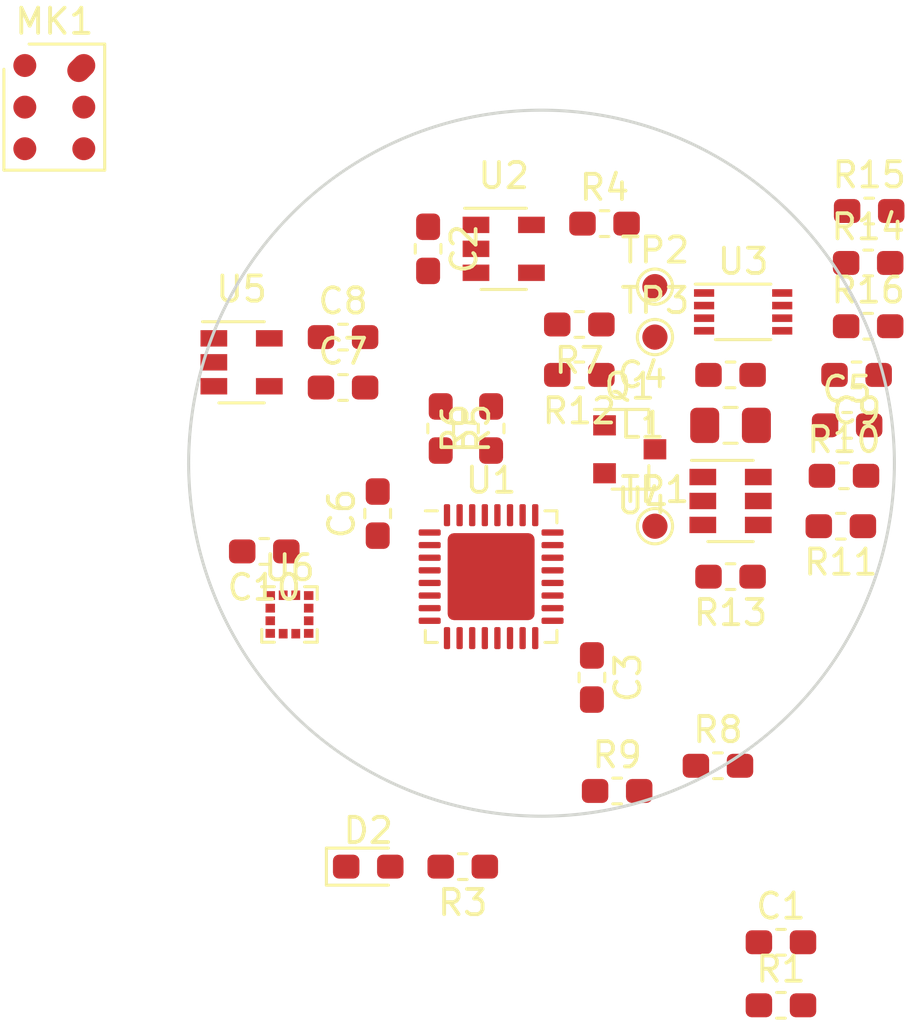
<source format=kicad_pcb>
(kicad_pcb (version 20171130) (host pcbnew 5.1.2)

  (general
    (thickness 1.6)
    (drawings 2)
    (tracks 0)
    (zones 0)
    (modules 38)
    (nets 51)
  )

  (page A4)
  (layers
    (0 F.Cu signal)
    (31 B.Cu signal)
    (32 B.Adhes user)
    (33 F.Adhes user)
    (34 B.Paste user)
    (35 F.Paste user)
    (36 B.SilkS user)
    (37 F.SilkS user)
    (38 B.Mask user)
    (39 F.Mask user)
    (40 Dwgs.User user)
    (41 Cmts.User user)
    (42 Eco1.User user)
    (43 Eco2.User user)
    (44 Edge.Cuts user)
    (45 Margin user)
    (46 B.CrtYd user)
    (47 F.CrtYd user)
    (48 B.Fab user)
    (49 F.Fab user hide)
  )

  (setup
    (last_trace_width 0.25)
    (trace_clearance 0.2)
    (zone_clearance 0.508)
    (zone_45_only no)
    (trace_min 0.2)
    (via_size 0.8)
    (via_drill 0.4)
    (via_min_size 0.4)
    (via_min_drill 0.3)
    (uvia_size 0.3)
    (uvia_drill 0.1)
    (uvias_allowed no)
    (uvia_min_size 0.2)
    (uvia_min_drill 0.1)
    (edge_width 0.05)
    (segment_width 0.2)
    (pcb_text_width 0.3)
    (pcb_text_size 1.5 1.5)
    (mod_edge_width 0.12)
    (mod_text_size 1 1)
    (mod_text_width 0.15)
    (pad_size 1.524 1.524)
    (pad_drill 0.762)
    (pad_to_mask_clearance 0.051)
    (solder_mask_min_width 0.25)
    (aux_axis_origin 0 0)
    (visible_elements FFFFEF7F)
    (pcbplotparams
      (layerselection 0x010fc_ffffffff)
      (usegerberextensions false)
      (usegerberattributes false)
      (usegerberadvancedattributes false)
      (creategerberjobfile false)
      (excludeedgelayer true)
      (linewidth 0.100000)
      (plotframeref false)
      (viasonmask false)
      (mode 1)
      (useauxorigin false)
      (hpglpennumber 1)
      (hpglpenspeed 20)
      (hpglpendiameter 15.000000)
      (psnegative false)
      (psa4output false)
      (plotreference true)
      (plotvalue true)
      (plotinvisibletext false)
      (padsonsilk false)
      (subtractmaskfromsilk false)
      (outputformat 1)
      (mirror false)
      (drillshape 1)
      (scaleselection 1)
      (outputdirectory ""))
  )

  (net 0 "")
  (net 1 /BOOT)
  (net 2 "Net-(U1-Pad29)")
  (net 3 /LED_ENABLE)
  (net 4 /SWD_CLK)
  (net 5 /SWD_IO)
  (net 6 /USB_D+)
  (net 7 /USB_D-)
  (net 8 VCC)
  (net 9 "Net-(U1-Pad15)")
  (net 10 /LED_DATA)
  (net 11 /LED_CLK)
  (net 12 /BATT_SENSE)
  (net 13 /RESET)
  (net 14 "Net-(U1-Pad3)")
  (net 15 GND)
  (net 16 "Net-(R4-Pad1)")
  (net 17 VBUS)
  (net 18 +BATT)
  (net 19 +5V)
  (net 20 "Net-(R10-Pad2)")
  (net 21 "Net-(L1-Pad2)")
  (net 22 "Net-(C1-Pad2)")
  (net 23 "Net-(C1-Pad1)")
  (net 24 "Net-(D2-Pad2)")
  (net 25 /LED_DATA_5V)
  (net 26 /LED_CLK_5V)
  (net 27 /LED_STATUS)
  (net 28 "Net-(C7-Pad2)")
  (net 29 "Net-(Q1-Pad3)")
  (net 30 "Net-(Q1-Pad1)")
  (net 31 "Net-(R14-Pad1)")
  (net 32 "Net-(U1-Pad27)")
  (net 33 /I2C_SDA)
  (net 34 /I2C_SCL)
  (net 35 "Net-(U1-Pad14)")
  (net 36 "Net-(U1-Pad12)")
  (net 37 "Net-(U1-Pad9)")
  (net 38 /ANALOG-)
  (net 39 /ANALOG+)
  (net 40 "Net-(U5-Pad4)")
  (net 41 /SAI_SD)
  (net 42 /SAI_SCK)
  (net 43 "Net-(R1-Pad2)")
  (net 44 "Net-(R1-Pad1)")
  (net 45 /TOUCH_1)
  (net 46 /TOUCH_2)
  (net 47 /ACCEL_INT)
  (net 48 "Net-(U6-Pad11)")
  (net 49 "Net-(U6-Pad3)")
  (net 50 "Net-(U6-Pad2)")

  (net_class Default "This is the default net class."
    (clearance 0.2)
    (trace_width 0.25)
    (via_dia 0.8)
    (via_drill 0.4)
    (uvia_dia 0.3)
    (uvia_drill 0.1)
    (add_net +5V)
    (add_net +BATT)
    (add_net /ACCEL_INT)
    (add_net /ANALOG+)
    (add_net /ANALOG-)
    (add_net /BATT_SENSE)
    (add_net /BOOT)
    (add_net /I2C_SCL)
    (add_net /I2C_SDA)
    (add_net /LED_CLK)
    (add_net /LED_CLK_5V)
    (add_net /LED_DATA)
    (add_net /LED_DATA_5V)
    (add_net /LED_ENABLE)
    (add_net /LED_STATUS)
    (add_net /RESET)
    (add_net /SAI_SCK)
    (add_net /SAI_SD)
    (add_net /SWD_CLK)
    (add_net /SWD_IO)
    (add_net /TOUCH_1)
    (add_net /TOUCH_2)
    (add_net /USB_D+)
    (add_net /USB_D-)
    (add_net GND)
    (add_net "Net-(C1-Pad1)")
    (add_net "Net-(C1-Pad2)")
    (add_net "Net-(C7-Pad2)")
    (add_net "Net-(D2-Pad2)")
    (add_net "Net-(L1-Pad2)")
    (add_net "Net-(Q1-Pad1)")
    (add_net "Net-(Q1-Pad3)")
    (add_net "Net-(R1-Pad1)")
    (add_net "Net-(R1-Pad2)")
    (add_net "Net-(R10-Pad2)")
    (add_net "Net-(R14-Pad1)")
    (add_net "Net-(R4-Pad1)")
    (add_net "Net-(U1-Pad12)")
    (add_net "Net-(U1-Pad14)")
    (add_net "Net-(U1-Pad15)")
    (add_net "Net-(U1-Pad27)")
    (add_net "Net-(U1-Pad29)")
    (add_net "Net-(U1-Pad3)")
    (add_net "Net-(U1-Pad9)")
    (add_net "Net-(U5-Pad4)")
    (add_net "Net-(U6-Pad11)")
    (add_net "Net-(U6-Pad2)")
    (add_net "Net-(U6-Pad3)")
    (add_net VBUS)
    (add_net VCC)
  )

  (module Package_LGA:LGA-12_2x2mm_P0.5mm (layer F.Cu) (tedit 5A0AAFFD) (tstamp 5D377648)
    (at 40 56)
    (descr LGA12)
    (tags "lga land grid array")
    (path /5D57CCFB)
    (attr smd)
    (fp_text reference U6 (at 0 -1.85) (layer F.SilkS)
      (effects (font (size 1 1) (thickness 0.15)))
    )
    (fp_text value LIS2DE12 (at 0 1.6) (layer F.Fab)
      (effects (font (size 1 1) (thickness 0.15)))
    )
    (fp_line (start -1.25 -1.25) (end 1.25 -1.25) (layer F.CrtYd) (width 0.05))
    (fp_line (start -1.25 1.25) (end -1.25 -1.25) (layer F.CrtYd) (width 0.05))
    (fp_line (start 1.25 1.25) (end -1.25 1.25) (layer F.CrtYd) (width 0.05))
    (fp_line (start 1.25 -1.25) (end 1.25 1.25) (layer F.CrtYd) (width 0.05))
    (fp_line (start -1.1 -1.1) (end -1.1 -1.1) (layer F.SilkS) (width 0.12))
    (fp_line (start -0.6 -1.1) (end -1.1 -1.1) (layer F.SilkS) (width 0.12))
    (fp_line (start -1.1 0.6) (end -1.1 0.6) (layer F.SilkS) (width 0.12))
    (fp_line (start -1.1 1.1) (end -1.1 0.6) (layer F.SilkS) (width 0.12))
    (fp_line (start -0.6 1.1) (end -1.1 1.1) (layer F.SilkS) (width 0.12))
    (fp_line (start 0.6 1.1) (end 0.6 1.1) (layer F.SilkS) (width 0.12))
    (fp_line (start 1.1 1.1) (end 0.6 1.1) (layer F.SilkS) (width 0.12))
    (fp_line (start 1.1 0.6) (end 1.1 1.1) (layer F.SilkS) (width 0.12))
    (fp_line (start 1.1 -0.6) (end 1.1 -0.6) (layer F.SilkS) (width 0.12))
    (fp_line (start 1.1 -1.1) (end 1.1 -0.6) (layer F.SilkS) (width 0.12))
    (fp_line (start 0.6 -1.1) (end 1.1 -1.1) (layer F.SilkS) (width 0.12))
    (fp_line (start -0.5 -1) (end 1 -1) (layer F.Fab) (width 0.1))
    (fp_line (start -1 -0.5) (end -0.5 -1) (layer F.Fab) (width 0.1))
    (fp_line (start -1 1) (end -1 -0.5) (layer F.Fab) (width 0.1))
    (fp_line (start 1 1) (end -1 1) (layer F.Fab) (width 0.1))
    (fp_line (start 1 -1) (end 1 1) (layer F.Fab) (width 0.1))
    (fp_text user %R (at 0 0) (layer F.Fab)
      (effects (font (size 0.5 0.5) (thickness 0.075)))
    )
    (pad 12 smd rect (at -0.25 -0.7625 90) (size 0.375 0.35) (layers F.Cu F.Paste F.Mask)
      (net 47 /ACCEL_INT))
    (pad 11 smd rect (at 0.25 -0.7625 90) (size 0.375 0.35) (layers F.Cu F.Paste F.Mask)
      (net 48 "Net-(U6-Pad11)"))
    (pad 6 smd rect (at 0.25 0.7625 90) (size 0.375 0.35) (layers F.Cu F.Paste F.Mask)
      (net 15 GND))
    (pad 5 smd rect (at -0.25 0.7625 90) (size 0.375 0.35) (layers F.Cu F.Paste F.Mask)
      (net 15 GND))
    (pad 10 smd rect (at 0.7625 -0.75) (size 0.375 0.35) (layers F.Cu F.Paste F.Mask)
      (net 8 VCC))
    (pad 1 smd rect (at -0.7625 -0.75) (size 0.375 0.35) (layers F.Cu F.Paste F.Mask)
      (net 34 /I2C_SCL))
    (pad 7 smd rect (at 0.7625 0.75) (size 0.375 0.35) (layers F.Cu F.Paste F.Mask)
      (net 15 GND))
    (pad 4 smd rect (at -0.7625 0.75) (size 0.375 0.35) (layers F.Cu F.Paste F.Mask)
      (net 33 /I2C_SDA))
    (pad 8 smd rect (at 0.7625 0.25) (size 0.375 0.35) (layers F.Cu F.Paste F.Mask)
      (net 15 GND))
    (pad 9 smd rect (at 0.7625 -0.25) (size 0.375 0.35) (layers F.Cu F.Paste F.Mask)
      (net 8 VCC))
    (pad 3 smd rect (at -0.7625 0.25) (size 0.375 0.35) (layers F.Cu F.Paste F.Mask)
      (net 49 "Net-(U6-Pad3)"))
    (pad 2 smd rect (at -0.7625 -0.25) (size 0.375 0.35) (layers F.Cu F.Paste F.Mask)
      (net 50 "Net-(U6-Pad2)"))
    (model ${KISYS3DMOD}/Package_LGA.3dshapes/LGA-12_2x2mm_P0.5mm.wrl
      (at (xyz 0 0 0))
      (scale (xyz 1 1 1))
      (rotate (xyz 0 0 0))
    )
  )

  (module Resistor_SMD:R_0603_1608Metric_Pad1.05x0.95mm_HandSolder (layer F.Cu) (tedit 5B301BBD) (tstamp 5D377315)
    (at 59.5 71.5)
    (descr "Resistor SMD 0603 (1608 Metric), square (rectangular) end terminal, IPC_7351 nominal with elongated pad for handsoldering. (Body size source: http://www.tortai-tech.com/upload/download/2011102023233369053.pdf), generated with kicad-footprint-generator")
    (tags "resistor handsolder")
    (path /5BB8444E)
    (attr smd)
    (fp_text reference R1 (at 0 -1.43) (layer F.SilkS)
      (effects (font (size 1 1) (thickness 0.15)))
    )
    (fp_text value R (at 0 1.43) (layer F.Fab)
      (effects (font (size 1 1) (thickness 0.15)))
    )
    (fp_text user %R (at 0 0) (layer F.Fab)
      (effects (font (size 0.4 0.4) (thickness 0.06)))
    )
    (fp_line (start 1.65 0.73) (end -1.65 0.73) (layer F.CrtYd) (width 0.05))
    (fp_line (start 1.65 -0.73) (end 1.65 0.73) (layer F.CrtYd) (width 0.05))
    (fp_line (start -1.65 -0.73) (end 1.65 -0.73) (layer F.CrtYd) (width 0.05))
    (fp_line (start -1.65 0.73) (end -1.65 -0.73) (layer F.CrtYd) (width 0.05))
    (fp_line (start -0.171267 0.51) (end 0.171267 0.51) (layer F.SilkS) (width 0.12))
    (fp_line (start -0.171267 -0.51) (end 0.171267 -0.51) (layer F.SilkS) (width 0.12))
    (fp_line (start 0.8 0.4) (end -0.8 0.4) (layer F.Fab) (width 0.1))
    (fp_line (start 0.8 -0.4) (end 0.8 0.4) (layer F.Fab) (width 0.1))
    (fp_line (start -0.8 -0.4) (end 0.8 -0.4) (layer F.Fab) (width 0.1))
    (fp_line (start -0.8 0.4) (end -0.8 -0.4) (layer F.Fab) (width 0.1))
    (pad 2 smd roundrect (at 0.875 0) (size 1.05 0.95) (layers F.Cu F.Paste F.Mask) (roundrect_rratio 0.25)
      (net 43 "Net-(R1-Pad2)"))
    (pad 1 smd roundrect (at -0.875 0) (size 1.05 0.95) (layers F.Cu F.Paste F.Mask) (roundrect_rratio 0.25)
      (net 44 "Net-(R1-Pad1)"))
    (model ${KISYS3DMOD}/Resistor_SMD.3dshapes/R_0603_1608Metric.wrl
      (at (xyz 0 0 0))
      (scale (xyz 1 1 1))
      (rotate (xyz 0 0 0))
    )
  )

  (module Sensor_Audio:ST_HLGA-6_3.76x4.72mm_P1.65mm (layer F.Cu) (tedit 5A6E2864) (tstamp 5D3772DC)
    (at 30.67 35.88)
    (descr http://www.st.com/content/ccc/resource/technical/document/datasheet/group3/27/62/48/98/44/54/4d/36/DM00303211/files/DM00303211.pdf/jcr:content/translations/en.DM00303211.pdf)
    (tags "HLGA Sensor Audio")
    (path /5D55FC17)
    (attr smd)
    (fp_text reference MK1 (at 0 -3.4) (layer F.SilkS)
      (effects (font (size 1 1) (thickness 0.15)))
    )
    (fp_text value MP45DT02 (at 0 3.5) (layer F.Fab)
      (effects (font (size 1 1) (thickness 0.15)))
    )
    (fp_line (start -1 -2.5) (end 2 -2.5) (layer F.SilkS) (width 0.12))
    (fp_line (start -2 2.5) (end -2 -1.5) (layer F.SilkS) (width 0.12))
    (fp_line (start 2 2.5) (end -2 2.5) (layer F.SilkS) (width 0.12))
    (fp_line (start 2 -2.5) (end 2 2.5) (layer F.SilkS) (width 0.12))
    (fp_line (start -1.88 2.36) (end -1.88 -1.5) (layer F.Fab) (width 0.1))
    (fp_line (start 1.88 2.36) (end -1.88 2.36) (layer F.Fab) (width 0.1))
    (fp_line (start 1.88 -2.36) (end 1.88 2.36) (layer F.Fab) (width 0.1))
    (fp_line (start -1 -2.36) (end 1.88 -2.36) (layer F.Fab) (width 0.1))
    (fp_text user %R (at 0 0 90) (layer F.Fab)
      (effects (font (size 0.5 0.5) (thickness 0.07)))
    )
    (fp_line (start -2.13 2.61) (end -2.13 -2.61) (layer F.CrtYd) (width 0.05))
    (fp_line (start 2.13 2.61) (end -2.13 2.61) (layer F.CrtYd) (width 0.05))
    (fp_line (start 2.13 -2.61) (end 2.13 2.61) (layer F.CrtYd) (width 0.05))
    (fp_line (start -2.13 -2.61) (end 2.13 -2.61) (layer F.CrtYd) (width 0.05))
    (fp_line (start -1 -2.36) (end -1.88 -1.5) (layer F.Fab) (width 0.1))
    (pad 6 smd oval (at 1.17 -1.65 45) (size 1.192843 0.91) (drill (offset -0.141421 0)) (layers F.Cu F.Paste F.Mask)
      (net 8 VCC))
    (pad 5 smd circle (at 1.17 0) (size 0.91 0.91) (layers F.Cu F.Paste F.Mask)
      (net 41 /SAI_SD))
    (pad 4 smd circle (at 1.17 1.65) (size 0.91 0.91) (layers F.Cu F.Paste F.Mask)
      (net 42 /SAI_SCK))
    (pad 3 smd circle (at -1.17 1.65) (size 0.91 0.91) (layers F.Cu F.Paste F.Mask)
      (net 15 GND))
    (pad 2 smd circle (at -1.17 0) (size 0.91 0.91) (layers F.Cu F.Paste F.Mask)
      (net 15 GND))
    (pad 1 smd circle (at -1.17 -1.65) (size 0.91 0.91) (layers F.Cu F.Paste F.Mask)
      (net 15 GND))
    (model ${KISYS3DMOD}/Sensor_Audio.3dshapes/ST_HLGA-6_3.76x4.72mm_P1.65mm.wrl
      (at (xyz 0 0 0))
      (scale (xyz 1 1 1))
      (rotate (xyz 0 0 0))
    )
  )

  (module Capacitor_SMD:C_0603_1608Metric_Pad1.05x0.95mm_HandSolder (layer F.Cu) (tedit 5B301BBE) (tstamp 5D377228)
    (at 39 53.5 180)
    (descr "Capacitor SMD 0603 (1608 Metric), square (rectangular) end terminal, IPC_7351 nominal with elongated pad for handsoldering. (Body size source: http://www.tortai-tech.com/upload/download/2011102023233369053.pdf), generated with kicad-footprint-generator")
    (tags "capacitor handsolder")
    (path /5D58D51D)
    (attr smd)
    (fp_text reference C10 (at 0 -1.43) (layer F.SilkS)
      (effects (font (size 1 1) (thickness 0.15)))
    )
    (fp_text value 1uF (at 0 1.43) (layer F.Fab)
      (effects (font (size 1 1) (thickness 0.15)))
    )
    (fp_text user %R (at 0 0) (layer F.Fab)
      (effects (font (size 0.4 0.4) (thickness 0.06)))
    )
    (fp_line (start 1.65 0.73) (end -1.65 0.73) (layer F.CrtYd) (width 0.05))
    (fp_line (start 1.65 -0.73) (end 1.65 0.73) (layer F.CrtYd) (width 0.05))
    (fp_line (start -1.65 -0.73) (end 1.65 -0.73) (layer F.CrtYd) (width 0.05))
    (fp_line (start -1.65 0.73) (end -1.65 -0.73) (layer F.CrtYd) (width 0.05))
    (fp_line (start -0.171267 0.51) (end 0.171267 0.51) (layer F.SilkS) (width 0.12))
    (fp_line (start -0.171267 -0.51) (end 0.171267 -0.51) (layer F.SilkS) (width 0.12))
    (fp_line (start 0.8 0.4) (end -0.8 0.4) (layer F.Fab) (width 0.1))
    (fp_line (start 0.8 -0.4) (end 0.8 0.4) (layer F.Fab) (width 0.1))
    (fp_line (start -0.8 -0.4) (end 0.8 -0.4) (layer F.Fab) (width 0.1))
    (fp_line (start -0.8 0.4) (end -0.8 -0.4) (layer F.Fab) (width 0.1))
    (pad 2 smd roundrect (at 0.875 0 180) (size 1.05 0.95) (layers F.Cu F.Paste F.Mask) (roundrect_rratio 0.25)
      (net 15 GND))
    (pad 1 smd roundrect (at -0.875 0 180) (size 1.05 0.95) (layers F.Cu F.Paste F.Mask) (roundrect_rratio 0.25)
      (net 8 VCC))
    (model ${KISYS3DMOD}/Capacitor_SMD.3dshapes/C_0603_1608Metric.wrl
      (at (xyz 0 0 0))
      (scale (xyz 1 1 1))
      (rotate (xyz 0 0 0))
    )
  )

  (module Package_TO_SOT_SMD:SOT-23-5 (layer F.Cu) (tedit 5A02FF57) (tstamp 5D376831)
    (at 38.1 46)
    (descr "5-pin SOT23 package")
    (tags SOT-23-5)
    (path /5D3DD17E)
    (attr smd)
    (fp_text reference U5 (at 0 -2.9) (layer F.SilkS)
      (effects (font (size 1 1) (thickness 0.15)))
    )
    (fp_text value TPS7A0533 (at 0 2.9) (layer F.Fab)
      (effects (font (size 1 1) (thickness 0.15)))
    )
    (fp_line (start 0.9 -1.55) (end 0.9 1.55) (layer F.Fab) (width 0.1))
    (fp_line (start 0.9 1.55) (end -0.9 1.55) (layer F.Fab) (width 0.1))
    (fp_line (start -0.9 -0.9) (end -0.9 1.55) (layer F.Fab) (width 0.1))
    (fp_line (start 0.9 -1.55) (end -0.25 -1.55) (layer F.Fab) (width 0.1))
    (fp_line (start -0.9 -0.9) (end -0.25 -1.55) (layer F.Fab) (width 0.1))
    (fp_line (start -1.9 1.8) (end -1.9 -1.8) (layer F.CrtYd) (width 0.05))
    (fp_line (start 1.9 1.8) (end -1.9 1.8) (layer F.CrtYd) (width 0.05))
    (fp_line (start 1.9 -1.8) (end 1.9 1.8) (layer F.CrtYd) (width 0.05))
    (fp_line (start -1.9 -1.8) (end 1.9 -1.8) (layer F.CrtYd) (width 0.05))
    (fp_line (start 0.9 -1.61) (end -1.55 -1.61) (layer F.SilkS) (width 0.12))
    (fp_line (start -0.9 1.61) (end 0.9 1.61) (layer F.SilkS) (width 0.12))
    (fp_text user %R (at 0 0 90) (layer F.Fab)
      (effects (font (size 0.5 0.5) (thickness 0.075)))
    )
    (pad 5 smd rect (at 1.1 -0.95) (size 1.06 0.65) (layers F.Cu F.Paste F.Mask)
      (net 8 VCC))
    (pad 4 smd rect (at 1.1 0.95) (size 1.06 0.65) (layers F.Cu F.Paste F.Mask)
      (net 40 "Net-(U5-Pad4)"))
    (pad 3 smd rect (at -1.1 0.95) (size 1.06 0.65) (layers F.Cu F.Paste F.Mask)
      (net 18 +BATT))
    (pad 2 smd rect (at -1.1 0) (size 1.06 0.65) (layers F.Cu F.Paste F.Mask)
      (net 28 "Net-(C7-Pad2)"))
    (pad 1 smd rect (at -1.1 -0.95) (size 1.06 0.65) (layers F.Cu F.Paste F.Mask)
      (net 18 +BATT))
    (model ${KISYS3DMOD}/Package_TO_SOT_SMD.3dshapes/SOT-23-5.wrl
      (at (xyz 0 0 0))
      (scale (xyz 1 1 1))
      (rotate (xyz 0 0 0))
    )
  )

  (module Package_DFN_QFN:QFN-32-1EP_5x5mm_P0.5mm_EP3.45x3.45mm (layer F.Cu) (tedit 5B4E85CE) (tstamp 5D37679C)
    (at 48 54.5)
    (descr "QFN, 32 Pin (http://www.analog.com/media/en/package-pcb-resources/package/pkg_pdf/ltc-legacy-qfn/QFN_32_05-08-1693.pdf), generated with kicad-footprint-generator ipc_dfn_qfn_generator.py")
    (tags "QFN DFN_QFN")
    (path /5D4EA0DE)
    (attr smd)
    (fp_text reference U1 (at 0 -3.82) (layer F.SilkS)
      (effects (font (size 1 1) (thickness 0.15)))
    )
    (fp_text value STM32L432KBU6 (at 0 3.82) (layer F.Fab)
      (effects (font (size 1 1) (thickness 0.15)))
    )
    (fp_text user %R (at 0 0) (layer F.Fab)
      (effects (font (size 1 1) (thickness 0.15)))
    )
    (fp_line (start 3.12 -3.12) (end -3.12 -3.12) (layer F.CrtYd) (width 0.05))
    (fp_line (start 3.12 3.12) (end 3.12 -3.12) (layer F.CrtYd) (width 0.05))
    (fp_line (start -3.12 3.12) (end 3.12 3.12) (layer F.CrtYd) (width 0.05))
    (fp_line (start -3.12 -3.12) (end -3.12 3.12) (layer F.CrtYd) (width 0.05))
    (fp_line (start -2.5 -1.5) (end -1.5 -2.5) (layer F.Fab) (width 0.1))
    (fp_line (start -2.5 2.5) (end -2.5 -1.5) (layer F.Fab) (width 0.1))
    (fp_line (start 2.5 2.5) (end -2.5 2.5) (layer F.Fab) (width 0.1))
    (fp_line (start 2.5 -2.5) (end 2.5 2.5) (layer F.Fab) (width 0.1))
    (fp_line (start -1.5 -2.5) (end 2.5 -2.5) (layer F.Fab) (width 0.1))
    (fp_line (start -2.135 -2.61) (end -2.61 -2.61) (layer F.SilkS) (width 0.12))
    (fp_line (start 2.61 2.61) (end 2.61 2.135) (layer F.SilkS) (width 0.12))
    (fp_line (start 2.135 2.61) (end 2.61 2.61) (layer F.SilkS) (width 0.12))
    (fp_line (start -2.61 2.61) (end -2.61 2.135) (layer F.SilkS) (width 0.12))
    (fp_line (start -2.135 2.61) (end -2.61 2.61) (layer F.SilkS) (width 0.12))
    (fp_line (start 2.61 -2.61) (end 2.61 -2.135) (layer F.SilkS) (width 0.12))
    (fp_line (start 2.135 -2.61) (end 2.61 -2.61) (layer F.SilkS) (width 0.12))
    (pad 32 smd roundrect (at -1.75 -2.4375) (size 0.25 0.875) (layers F.Cu F.Paste F.Mask) (roundrect_rratio 0.25)
      (net 15 GND))
    (pad 31 smd roundrect (at -1.25 -2.4375) (size 0.25 0.875) (layers F.Cu F.Paste F.Mask) (roundrect_rratio 0.25)
      (net 1 /BOOT))
    (pad 30 smd roundrect (at -0.75 -2.4375) (size 0.25 0.875) (layers F.Cu F.Paste F.Mask) (roundrect_rratio 0.25)
      (net 45 /TOUCH_1))
    (pad 29 smd roundrect (at -0.25 -2.4375) (size 0.25 0.875) (layers F.Cu F.Paste F.Mask) (roundrect_rratio 0.25)
      (net 2 "Net-(U1-Pad29)"))
    (pad 28 smd roundrect (at 0.25 -2.4375) (size 0.25 0.875) (layers F.Cu F.Paste F.Mask) (roundrect_rratio 0.25)
      (net 41 /SAI_SD))
    (pad 27 smd roundrect (at 0.75 -2.4375) (size 0.25 0.875) (layers F.Cu F.Paste F.Mask) (roundrect_rratio 0.25)
      (net 32 "Net-(U1-Pad27)"))
    (pad 26 smd roundrect (at 1.25 -2.4375) (size 0.25 0.875) (layers F.Cu F.Paste F.Mask) (roundrect_rratio 0.25)
      (net 42 /SAI_SCK))
    (pad 25 smd roundrect (at 1.75 -2.4375) (size 0.25 0.875) (layers F.Cu F.Paste F.Mask) (roundrect_rratio 0.25)
      (net 46 /TOUCH_2))
    (pad 24 smd roundrect (at 2.4375 -1.75) (size 0.875 0.25) (layers F.Cu F.Paste F.Mask) (roundrect_rratio 0.25)
      (net 4 /SWD_CLK))
    (pad 23 smd roundrect (at 2.4375 -1.25) (size 0.875 0.25) (layers F.Cu F.Paste F.Mask) (roundrect_rratio 0.25)
      (net 5 /SWD_IO))
    (pad 22 smd roundrect (at 2.4375 -0.75) (size 0.875 0.25) (layers F.Cu F.Paste F.Mask) (roundrect_rratio 0.25)
      (net 6 /USB_D+))
    (pad 21 smd roundrect (at 2.4375 -0.25) (size 0.875 0.25) (layers F.Cu F.Paste F.Mask) (roundrect_rratio 0.25)
      (net 7 /USB_D-))
    (pad 20 smd roundrect (at 2.4375 0.25) (size 0.875 0.25) (layers F.Cu F.Paste F.Mask) (roundrect_rratio 0.25)
      (net 33 /I2C_SDA))
    (pad 19 smd roundrect (at 2.4375 0.75) (size 0.875 0.25) (layers F.Cu F.Paste F.Mask) (roundrect_rratio 0.25)
      (net 34 /I2C_SCL))
    (pad 18 smd roundrect (at 2.4375 1.25) (size 0.875 0.25) (layers F.Cu F.Paste F.Mask) (roundrect_rratio 0.25)
      (net 3 /LED_ENABLE))
    (pad 17 smd roundrect (at 2.4375 1.75) (size 0.875 0.25) (layers F.Cu F.Paste F.Mask) (roundrect_rratio 0.25)
      (net 8 VCC))
    (pad 16 smd roundrect (at 1.75 2.4375) (size 0.25 0.875) (layers F.Cu F.Paste F.Mask) (roundrect_rratio 0.25)
      (net 15 GND))
    (pad 15 smd roundrect (at 1.25 2.4375) (size 0.25 0.875) (layers F.Cu F.Paste F.Mask) (roundrect_rratio 0.25)
      (net 9 "Net-(U1-Pad15)"))
    (pad 14 smd roundrect (at 0.75 2.4375) (size 0.25 0.875) (layers F.Cu F.Paste F.Mask) (roundrect_rratio 0.25)
      (net 35 "Net-(U1-Pad14)"))
    (pad 13 smd roundrect (at 0.25 2.4375) (size 0.25 0.875) (layers F.Cu F.Paste F.Mask) (roundrect_rratio 0.25)
      (net 10 /LED_DATA))
    (pad 12 smd roundrect (at -0.25 2.4375) (size 0.25 0.875) (layers F.Cu F.Paste F.Mask) (roundrect_rratio 0.25)
      (net 36 "Net-(U1-Pad12)"))
    (pad 11 smd roundrect (at -0.75 2.4375) (size 0.25 0.875) (layers F.Cu F.Paste F.Mask) (roundrect_rratio 0.25)
      (net 11 /LED_CLK))
    (pad 10 smd roundrect (at -1.25 2.4375) (size 0.25 0.875) (layers F.Cu F.Paste F.Mask) (roundrect_rratio 0.25)
      (net 12 /BATT_SENSE))
    (pad 9 smd roundrect (at -1.75 2.4375) (size 0.25 0.875) (layers F.Cu F.Paste F.Mask) (roundrect_rratio 0.25)
      (net 37 "Net-(U1-Pad9)"))
    (pad 8 smd roundrect (at -2.4375 1.75) (size 0.875 0.25) (layers F.Cu F.Paste F.Mask) (roundrect_rratio 0.25)
      (net 47 /ACCEL_INT))
    (pad 7 smd roundrect (at -2.4375 1.25) (size 0.875 0.25) (layers F.Cu F.Paste F.Mask) (roundrect_rratio 0.25)
      (net 38 /ANALOG-))
    (pad 6 smd roundrect (at -2.4375 0.75) (size 0.875 0.25) (layers F.Cu F.Paste F.Mask) (roundrect_rratio 0.25)
      (net 39 /ANALOG+))
    (pad 5 smd roundrect (at -2.4375 0.25) (size 0.875 0.25) (layers F.Cu F.Paste F.Mask) (roundrect_rratio 0.25)
      (net 8 VCC))
    (pad 4 smd roundrect (at -2.4375 -0.25) (size 0.875 0.25) (layers F.Cu F.Paste F.Mask) (roundrect_rratio 0.25)
      (net 13 /RESET))
    (pad 3 smd roundrect (at -2.4375 -0.75) (size 0.875 0.25) (layers F.Cu F.Paste F.Mask) (roundrect_rratio 0.25)
      (net 14 "Net-(U1-Pad3)"))
    (pad 2 smd roundrect (at -2.4375 -1.25) (size 0.875 0.25) (layers F.Cu F.Paste F.Mask) (roundrect_rratio 0.25)
      (net 27 /LED_STATUS))
    (pad 1 smd roundrect (at -2.4375 -1.75) (size 0.875 0.25) (layers F.Cu F.Paste F.Mask) (roundrect_rratio 0.25)
      (net 8 VCC))
    (pad "" smd roundrect (at 1.15 1.15) (size 0.93 0.93) (layers F.Paste) (roundrect_rratio 0.25))
    (pad "" smd roundrect (at 1.15 0) (size 0.93 0.93) (layers F.Paste) (roundrect_rratio 0.25))
    (pad "" smd roundrect (at 1.15 -1.15) (size 0.93 0.93) (layers F.Paste) (roundrect_rratio 0.25))
    (pad "" smd roundrect (at 0 1.15) (size 0.93 0.93) (layers F.Paste) (roundrect_rratio 0.25))
    (pad "" smd roundrect (at 0 0) (size 0.93 0.93) (layers F.Paste) (roundrect_rratio 0.25))
    (pad "" smd roundrect (at 0 -1.15) (size 0.93 0.93) (layers F.Paste) (roundrect_rratio 0.25))
    (pad "" smd roundrect (at -1.15 1.15) (size 0.93 0.93) (layers F.Paste) (roundrect_rratio 0.25))
    (pad "" smd roundrect (at -1.15 0) (size 0.93 0.93) (layers F.Paste) (roundrect_rratio 0.25))
    (pad "" smd roundrect (at -1.15 -1.15) (size 0.93 0.93) (layers F.Paste) (roundrect_rratio 0.25))
    (pad 33 smd roundrect (at 0 0) (size 3.45 3.45) (layers F.Cu F.Mask) (roundrect_rratio 0.072464)
      (net 15 GND))
    (model ${KISYS3DMOD}/Package_DFN_QFN.3dshapes/QFN-32-1EP_5x5mm_P0.5mm_EP3.45x3.45mm.wrl
      (at (xyz 0 0 0))
      (scale (xyz 1 1 1))
      (rotate (xyz 0 0 0))
    )
  )

  (module Resistor_SMD:R_0603_1608Metric_Pad1.05x0.95mm_HandSolder (layer F.Cu) (tedit 5B301BBD) (tstamp 5D376733)
    (at 62.96 44.57)
    (descr "Resistor SMD 0603 (1608 Metric), square (rectangular) end terminal, IPC_7351 nominal with elongated pad for handsoldering. (Body size source: http://www.tortai-tech.com/upload/download/2011102023233369053.pdf), generated with kicad-footprint-generator")
    (tags "resistor handsolder")
    (path /5D4A1F66)
    (attr smd)
    (fp_text reference R16 (at 0 -1.43) (layer F.SilkS)
      (effects (font (size 1 1) (thickness 0.15)))
    )
    (fp_text value 3k3 (at 0 1.43) (layer F.Fab)
      (effects (font (size 1 1) (thickness 0.15)))
    )
    (fp_text user %R (at 0 0) (layer F.Fab)
      (effects (font (size 0.4 0.4) (thickness 0.06)))
    )
    (fp_line (start 1.65 0.73) (end -1.65 0.73) (layer F.CrtYd) (width 0.05))
    (fp_line (start 1.65 -0.73) (end 1.65 0.73) (layer F.CrtYd) (width 0.05))
    (fp_line (start -1.65 -0.73) (end 1.65 -0.73) (layer F.CrtYd) (width 0.05))
    (fp_line (start -1.65 0.73) (end -1.65 -0.73) (layer F.CrtYd) (width 0.05))
    (fp_line (start -0.171267 0.51) (end 0.171267 0.51) (layer F.SilkS) (width 0.12))
    (fp_line (start -0.171267 -0.51) (end 0.171267 -0.51) (layer F.SilkS) (width 0.12))
    (fp_line (start 0.8 0.4) (end -0.8 0.4) (layer F.Fab) (width 0.1))
    (fp_line (start 0.8 -0.4) (end 0.8 0.4) (layer F.Fab) (width 0.1))
    (fp_line (start -0.8 -0.4) (end 0.8 -0.4) (layer F.Fab) (width 0.1))
    (fp_line (start -0.8 0.4) (end -0.8 -0.4) (layer F.Fab) (width 0.1))
    (pad 2 smd roundrect (at 0.875 0) (size 1.05 0.95) (layers F.Cu F.Paste F.Mask) (roundrect_rratio 0.25)
      (net 19 +5V))
    (pad 1 smd roundrect (at -0.875 0) (size 1.05 0.95) (layers F.Cu F.Paste F.Mask) (roundrect_rratio 0.25)
      (net 25 /LED_DATA_5V))
    (model ${KISYS3DMOD}/Resistor_SMD.3dshapes/R_0603_1608Metric.wrl
      (at (xyz 0 0 0))
      (scale (xyz 1 1 1))
      (rotate (xyz 0 0 0))
    )
  )

  (module Resistor_SMD:R_0603_1608Metric_Pad1.05x0.95mm_HandSolder (layer F.Cu) (tedit 5B301BBD) (tstamp 5D376722)
    (at 63 40)
    (descr "Resistor SMD 0603 (1608 Metric), square (rectangular) end terminal, IPC_7351 nominal with elongated pad for handsoldering. (Body size source: http://www.tortai-tech.com/upload/download/2011102023233369053.pdf), generated with kicad-footprint-generator")
    (tags "resistor handsolder")
    (path /5D4813AB)
    (attr smd)
    (fp_text reference R15 (at 0 -1.43) (layer F.SilkS)
      (effects (font (size 1 1) (thickness 0.15)))
    )
    (fp_text value 3k3 (at 0 1.43) (layer F.Fab)
      (effects (font (size 1 1) (thickness 0.15)))
    )
    (fp_text user %R (at 0 0) (layer F.Fab)
      (effects (font (size 0.4 0.4) (thickness 0.06)))
    )
    (fp_line (start 1.65 0.73) (end -1.65 0.73) (layer F.CrtYd) (width 0.05))
    (fp_line (start 1.65 -0.73) (end 1.65 0.73) (layer F.CrtYd) (width 0.05))
    (fp_line (start -1.65 -0.73) (end 1.65 -0.73) (layer F.CrtYd) (width 0.05))
    (fp_line (start -1.65 0.73) (end -1.65 -0.73) (layer F.CrtYd) (width 0.05))
    (fp_line (start -0.171267 0.51) (end 0.171267 0.51) (layer F.SilkS) (width 0.12))
    (fp_line (start -0.171267 -0.51) (end 0.171267 -0.51) (layer F.SilkS) (width 0.12))
    (fp_line (start 0.8 0.4) (end -0.8 0.4) (layer F.Fab) (width 0.1))
    (fp_line (start 0.8 -0.4) (end 0.8 0.4) (layer F.Fab) (width 0.1))
    (fp_line (start -0.8 -0.4) (end 0.8 -0.4) (layer F.Fab) (width 0.1))
    (fp_line (start -0.8 0.4) (end -0.8 -0.4) (layer F.Fab) (width 0.1))
    (pad 2 smd roundrect (at 0.875 0) (size 1.05 0.95) (layers F.Cu F.Paste F.Mask) (roundrect_rratio 0.25)
      (net 19 +5V))
    (pad 1 smd roundrect (at -0.875 0) (size 1.05 0.95) (layers F.Cu F.Paste F.Mask) (roundrect_rratio 0.25)
      (net 26 /LED_CLK_5V))
    (model ${KISYS3DMOD}/Resistor_SMD.3dshapes/R_0603_1608Metric.wrl
      (at (xyz 0 0 0))
      (scale (xyz 1 1 1))
      (rotate (xyz 0 0 0))
    )
  )

  (module Resistor_SMD:R_0603_1608Metric_Pad1.05x0.95mm_HandSolder (layer F.Cu) (tedit 5B301BBD) (tstamp 5D376711)
    (at 62.96 42.06)
    (descr "Resistor SMD 0603 (1608 Metric), square (rectangular) end terminal, IPC_7351 nominal with elongated pad for handsoldering. (Body size source: http://www.tortai-tech.com/upload/download/2011102023233369053.pdf), generated with kicad-footprint-generator")
    (tags "resistor handsolder")
    (path /5D478857)
    (attr smd)
    (fp_text reference R14 (at 0 -1.43) (layer F.SilkS)
      (effects (font (size 1 1) (thickness 0.15)))
    )
    (fp_text value 100k (at 0 1.43) (layer F.Fab)
      (effects (font (size 1 1) (thickness 0.15)))
    )
    (fp_text user %R (at 0 0) (layer F.Fab)
      (effects (font (size 0.4 0.4) (thickness 0.06)))
    )
    (fp_line (start 1.65 0.73) (end -1.65 0.73) (layer F.CrtYd) (width 0.05))
    (fp_line (start 1.65 -0.73) (end 1.65 0.73) (layer F.CrtYd) (width 0.05))
    (fp_line (start -1.65 -0.73) (end 1.65 -0.73) (layer F.CrtYd) (width 0.05))
    (fp_line (start -1.65 0.73) (end -1.65 -0.73) (layer F.CrtYd) (width 0.05))
    (fp_line (start -0.171267 0.51) (end 0.171267 0.51) (layer F.SilkS) (width 0.12))
    (fp_line (start -0.171267 -0.51) (end 0.171267 -0.51) (layer F.SilkS) (width 0.12))
    (fp_line (start 0.8 0.4) (end -0.8 0.4) (layer F.Fab) (width 0.1))
    (fp_line (start 0.8 -0.4) (end 0.8 0.4) (layer F.Fab) (width 0.1))
    (fp_line (start -0.8 -0.4) (end 0.8 -0.4) (layer F.Fab) (width 0.1))
    (fp_line (start -0.8 0.4) (end -0.8 -0.4) (layer F.Fab) (width 0.1))
    (pad 2 smd roundrect (at 0.875 0) (size 1.05 0.95) (layers F.Cu F.Paste F.Mask) (roundrect_rratio 0.25)
      (net 19 +5V))
    (pad 1 smd roundrect (at -0.875 0) (size 1.05 0.95) (layers F.Cu F.Paste F.Mask) (roundrect_rratio 0.25)
      (net 31 "Net-(R14-Pad1)"))
    (model ${KISYS3DMOD}/Resistor_SMD.3dshapes/R_0603_1608Metric.wrl
      (at (xyz 0 0 0))
      (scale (xyz 1 1 1))
      (rotate (xyz 0 0 0))
    )
  )

  (module Resistor_SMD:R_0603_1608Metric_Pad1.05x0.95mm_HandSolder (layer F.Cu) (tedit 5B301BBD) (tstamp 5D376700)
    (at 57.5 54.5 180)
    (descr "Resistor SMD 0603 (1608 Metric), square (rectangular) end terminal, IPC_7351 nominal with elongated pad for handsoldering. (Body size source: http://www.tortai-tech.com/upload/download/2011102023233369053.pdf), generated with kicad-footprint-generator")
    (tags "resistor handsolder")
    (path /5D4428DA)
    (attr smd)
    (fp_text reference R13 (at 0 -1.43) (layer F.SilkS)
      (effects (font (size 1 1) (thickness 0.15)))
    )
    (fp_text value 100k (at 0 1.43) (layer F.Fab)
      (effects (font (size 1 1) (thickness 0.15)))
    )
    (fp_text user %R (at 0 0) (layer F.Fab)
      (effects (font (size 0.4 0.4) (thickness 0.06)))
    )
    (fp_line (start 1.65 0.73) (end -1.65 0.73) (layer F.CrtYd) (width 0.05))
    (fp_line (start 1.65 -0.73) (end 1.65 0.73) (layer F.CrtYd) (width 0.05))
    (fp_line (start -1.65 -0.73) (end 1.65 -0.73) (layer F.CrtYd) (width 0.05))
    (fp_line (start -1.65 0.73) (end -1.65 -0.73) (layer F.CrtYd) (width 0.05))
    (fp_line (start -0.171267 0.51) (end 0.171267 0.51) (layer F.SilkS) (width 0.12))
    (fp_line (start -0.171267 -0.51) (end 0.171267 -0.51) (layer F.SilkS) (width 0.12))
    (fp_line (start 0.8 0.4) (end -0.8 0.4) (layer F.Fab) (width 0.1))
    (fp_line (start 0.8 -0.4) (end 0.8 0.4) (layer F.Fab) (width 0.1))
    (fp_line (start -0.8 -0.4) (end 0.8 -0.4) (layer F.Fab) (width 0.1))
    (fp_line (start -0.8 0.4) (end -0.8 -0.4) (layer F.Fab) (width 0.1))
    (pad 2 smd roundrect (at 0.875 0 180) (size 1.05 0.95) (layers F.Cu F.Paste F.Mask) (roundrect_rratio 0.25)
      (net 29 "Net-(Q1-Pad3)"))
    (pad 1 smd roundrect (at -0.875 0 180) (size 1.05 0.95) (layers F.Cu F.Paste F.Mask) (roundrect_rratio 0.25)
      (net 18 +BATT))
    (model ${KISYS3DMOD}/Resistor_SMD.3dshapes/R_0603_1608Metric.wrl
      (at (xyz 0 0 0))
      (scale (xyz 1 1 1))
      (rotate (xyz 0 0 0))
    )
  )

  (module Resistor_SMD:R_0603_1608Metric_Pad1.05x0.95mm_HandSolder (layer F.Cu) (tedit 5B301BBD) (tstamp 5D3766EF)
    (at 51.5 46.5 180)
    (descr "Resistor SMD 0603 (1608 Metric), square (rectangular) end terminal, IPC_7351 nominal with elongated pad for handsoldering. (Body size source: http://www.tortai-tech.com/upload/download/2011102023233369053.pdf), generated with kicad-footprint-generator")
    (tags "resistor handsolder")
    (path /5D45C63E)
    (attr smd)
    (fp_text reference R12 (at 0 -1.43) (layer F.SilkS)
      (effects (font (size 1 1) (thickness 0.15)))
    )
    (fp_text value 4k7 (at 0 1.43) (layer F.Fab)
      (effects (font (size 1 1) (thickness 0.15)))
    )
    (fp_text user %R (at 0 0) (layer F.Fab)
      (effects (font (size 0.4 0.4) (thickness 0.06)))
    )
    (fp_line (start 1.65 0.73) (end -1.65 0.73) (layer F.CrtYd) (width 0.05))
    (fp_line (start 1.65 -0.73) (end 1.65 0.73) (layer F.CrtYd) (width 0.05))
    (fp_line (start -1.65 -0.73) (end 1.65 -0.73) (layer F.CrtYd) (width 0.05))
    (fp_line (start -1.65 0.73) (end -1.65 -0.73) (layer F.CrtYd) (width 0.05))
    (fp_line (start -0.171267 0.51) (end 0.171267 0.51) (layer F.SilkS) (width 0.12))
    (fp_line (start -0.171267 -0.51) (end 0.171267 -0.51) (layer F.SilkS) (width 0.12))
    (fp_line (start 0.8 0.4) (end -0.8 0.4) (layer F.Fab) (width 0.1))
    (fp_line (start 0.8 -0.4) (end 0.8 0.4) (layer F.Fab) (width 0.1))
    (fp_line (start -0.8 -0.4) (end 0.8 -0.4) (layer F.Fab) (width 0.1))
    (fp_line (start -0.8 0.4) (end -0.8 -0.4) (layer F.Fab) (width 0.1))
    (pad 2 smd roundrect (at 0.875 0 180) (size 1.05 0.95) (layers F.Cu F.Paste F.Mask) (roundrect_rratio 0.25)
      (net 3 /LED_ENABLE))
    (pad 1 smd roundrect (at -0.875 0 180) (size 1.05 0.95) (layers F.Cu F.Paste F.Mask) (roundrect_rratio 0.25)
      (net 30 "Net-(Q1-Pad1)"))
    (model ${KISYS3DMOD}/Resistor_SMD.3dshapes/R_0603_1608Metric.wrl
      (at (xyz 0 0 0))
      (scale (xyz 1 1 1))
      (rotate (xyz 0 0 0))
    )
  )

  (module Resistor_SMD:R_0603_1608Metric_Pad1.05x0.95mm_HandSolder (layer F.Cu) (tedit 5B301BBD) (tstamp 5D37665E)
    (at 51.5 44.5 180)
    (descr "Resistor SMD 0603 (1608 Metric), square (rectangular) end terminal, IPC_7351 nominal with elongated pad for handsoldering. (Body size source: http://www.tortai-tech.com/upload/download/2011102023233369053.pdf), generated with kicad-footprint-generator")
    (tags "resistor handsolder")
    (path /5D469941)
    (attr smd)
    (fp_text reference R7 (at 0 -1.43) (layer F.SilkS)
      (effects (font (size 1 1) (thickness 0.15)))
    )
    (fp_text value 4k7 (at 0 1.43) (layer F.Fab)
      (effects (font (size 1 1) (thickness 0.15)))
    )
    (fp_text user %R (at 0 0) (layer F.Fab)
      (effects (font (size 0.4 0.4) (thickness 0.06)))
    )
    (fp_line (start 1.65 0.73) (end -1.65 0.73) (layer F.CrtYd) (width 0.05))
    (fp_line (start 1.65 -0.73) (end 1.65 0.73) (layer F.CrtYd) (width 0.05))
    (fp_line (start -1.65 -0.73) (end 1.65 -0.73) (layer F.CrtYd) (width 0.05))
    (fp_line (start -1.65 0.73) (end -1.65 -0.73) (layer F.CrtYd) (width 0.05))
    (fp_line (start -0.171267 0.51) (end 0.171267 0.51) (layer F.SilkS) (width 0.12))
    (fp_line (start -0.171267 -0.51) (end 0.171267 -0.51) (layer F.SilkS) (width 0.12))
    (fp_line (start 0.8 0.4) (end -0.8 0.4) (layer F.Fab) (width 0.1))
    (fp_line (start 0.8 -0.4) (end 0.8 0.4) (layer F.Fab) (width 0.1))
    (fp_line (start -0.8 -0.4) (end 0.8 -0.4) (layer F.Fab) (width 0.1))
    (fp_line (start -0.8 0.4) (end -0.8 -0.4) (layer F.Fab) (width 0.1))
    (pad 2 smd roundrect (at 0.875 0 180) (size 1.05 0.95) (layers F.Cu F.Paste F.Mask) (roundrect_rratio 0.25)
      (net 3 /LED_ENABLE))
    (pad 1 smd roundrect (at -0.875 0 180) (size 1.05 0.95) (layers F.Cu F.Paste F.Mask) (roundrect_rratio 0.25)
      (net 18 +BATT))
    (model ${KISYS3DMOD}/Resistor_SMD.3dshapes/R_0603_1608Metric.wrl
      (at (xyz 0 0 0))
      (scale (xyz 1 1 1))
      (rotate (xyz 0 0 0))
    )
  )

  (module Package_TO_SOT_SMD:SOT-23 (layer F.Cu) (tedit 5A02FF57) (tstamp 5D37658D)
    (at 53.5 49.45)
    (descr "SOT-23, Standard")
    (tags SOT-23)
    (path /5D440AE9)
    (attr smd)
    (fp_text reference Q1 (at 0 -2.5) (layer F.SilkS)
      (effects (font (size 1 1) (thickness 0.15)))
    )
    (fp_text value BC847 (at 0 2.5) (layer F.Fab)
      (effects (font (size 1 1) (thickness 0.15)))
    )
    (fp_line (start 0.76 1.58) (end -0.7 1.58) (layer F.SilkS) (width 0.12))
    (fp_line (start 0.76 -1.58) (end -1.4 -1.58) (layer F.SilkS) (width 0.12))
    (fp_line (start -1.7 1.75) (end -1.7 -1.75) (layer F.CrtYd) (width 0.05))
    (fp_line (start 1.7 1.75) (end -1.7 1.75) (layer F.CrtYd) (width 0.05))
    (fp_line (start 1.7 -1.75) (end 1.7 1.75) (layer F.CrtYd) (width 0.05))
    (fp_line (start -1.7 -1.75) (end 1.7 -1.75) (layer F.CrtYd) (width 0.05))
    (fp_line (start 0.76 -1.58) (end 0.76 -0.65) (layer F.SilkS) (width 0.12))
    (fp_line (start 0.76 1.58) (end 0.76 0.65) (layer F.SilkS) (width 0.12))
    (fp_line (start -0.7 1.52) (end 0.7 1.52) (layer F.Fab) (width 0.1))
    (fp_line (start 0.7 -1.52) (end 0.7 1.52) (layer F.Fab) (width 0.1))
    (fp_line (start -0.7 -0.95) (end -0.15 -1.52) (layer F.Fab) (width 0.1))
    (fp_line (start -0.15 -1.52) (end 0.7 -1.52) (layer F.Fab) (width 0.1))
    (fp_line (start -0.7 -0.95) (end -0.7 1.5) (layer F.Fab) (width 0.1))
    (fp_text user %R (at 0 0 90) (layer F.Fab)
      (effects (font (size 0.5 0.5) (thickness 0.075)))
    )
    (pad 3 smd rect (at 1 0) (size 0.9 0.8) (layers F.Cu F.Paste F.Mask)
      (net 29 "Net-(Q1-Pad3)"))
    (pad 2 smd rect (at -1 0.95) (size 0.9 0.8) (layers F.Cu F.Paste F.Mask)
      (net 15 GND))
    (pad 1 smd rect (at -1 -0.95) (size 0.9 0.8) (layers F.Cu F.Paste F.Mask)
      (net 30 "Net-(Q1-Pad1)"))
    (model ${KISYS3DMOD}/Package_TO_SOT_SMD.3dshapes/SOT-23.wrl
      (at (xyz 0 0 0))
      (scale (xyz 1 1 1))
      (rotate (xyz 0 0 0))
    )
  )

  (module Capacitor_SMD:C_0603_1608Metric_Pad1.05x0.95mm_HandSolder (layer F.Cu) (tedit 5B301BBE) (tstamp 5D3764B8)
    (at 62.5 46.5 180)
    (descr "Capacitor SMD 0603 (1608 Metric), square (rectangular) end terminal, IPC_7351 nominal with elongated pad for handsoldering. (Body size source: http://www.tortai-tech.com/upload/download/2011102023233369053.pdf), generated with kicad-footprint-generator")
    (tags "capacitor handsolder")
    (path /5D4E40D5)
    (attr smd)
    (fp_text reference C9 (at 0 -1.43) (layer F.SilkS)
      (effects (font (size 1 1) (thickness 0.15)))
    )
    (fp_text value 1uF (at 0 1.43) (layer F.Fab)
      (effects (font (size 1 1) (thickness 0.15)))
    )
    (fp_text user %R (at 0 0) (layer F.Fab)
      (effects (font (size 0.4 0.4) (thickness 0.06)))
    )
    (fp_line (start 1.65 0.73) (end -1.65 0.73) (layer F.CrtYd) (width 0.05))
    (fp_line (start 1.65 -0.73) (end 1.65 0.73) (layer F.CrtYd) (width 0.05))
    (fp_line (start -1.65 -0.73) (end 1.65 -0.73) (layer F.CrtYd) (width 0.05))
    (fp_line (start -1.65 0.73) (end -1.65 -0.73) (layer F.CrtYd) (width 0.05))
    (fp_line (start -0.171267 0.51) (end 0.171267 0.51) (layer F.SilkS) (width 0.12))
    (fp_line (start -0.171267 -0.51) (end 0.171267 -0.51) (layer F.SilkS) (width 0.12))
    (fp_line (start 0.8 0.4) (end -0.8 0.4) (layer F.Fab) (width 0.1))
    (fp_line (start 0.8 -0.4) (end 0.8 0.4) (layer F.Fab) (width 0.1))
    (fp_line (start -0.8 -0.4) (end 0.8 -0.4) (layer F.Fab) (width 0.1))
    (fp_line (start -0.8 0.4) (end -0.8 -0.4) (layer F.Fab) (width 0.1))
    (pad 2 smd roundrect (at 0.875 0 180) (size 1.05 0.95) (layers F.Cu F.Paste F.Mask) (roundrect_rratio 0.25)
      (net 15 GND))
    (pad 1 smd roundrect (at -0.875 0 180) (size 1.05 0.95) (layers F.Cu F.Paste F.Mask) (roundrect_rratio 0.25)
      (net 19 +5V))
    (model ${KISYS3DMOD}/Capacitor_SMD.3dshapes/C_0603_1608Metric.wrl
      (at (xyz 0 0 0))
      (scale (xyz 1 1 1))
      (rotate (xyz 0 0 0))
    )
  )

  (module Capacitor_SMD:C_0603_1608Metric_Pad1.05x0.95mm_HandSolder (layer F.Cu) (tedit 5B301BBE) (tstamp 5D3764A7)
    (at 42.125 45)
    (descr "Capacitor SMD 0603 (1608 Metric), square (rectangular) end terminal, IPC_7351 nominal with elongated pad for handsoldering. (Body size source: http://www.tortai-tech.com/upload/download/2011102023233369053.pdf), generated with kicad-footprint-generator")
    (tags "capacitor handsolder")
    (path /5D41F30E)
    (attr smd)
    (fp_text reference C8 (at 0 -1.43) (layer F.SilkS)
      (effects (font (size 1 1) (thickness 0.15)))
    )
    (fp_text value 1uF (at 0 1.43) (layer F.Fab)
      (effects (font (size 1 1) (thickness 0.15)))
    )
    (fp_text user %R (at 0 0) (layer F.Fab)
      (effects (font (size 0.4 0.4) (thickness 0.06)))
    )
    (fp_line (start 1.65 0.73) (end -1.65 0.73) (layer F.CrtYd) (width 0.05))
    (fp_line (start 1.65 -0.73) (end 1.65 0.73) (layer F.CrtYd) (width 0.05))
    (fp_line (start -1.65 -0.73) (end 1.65 -0.73) (layer F.CrtYd) (width 0.05))
    (fp_line (start -1.65 0.73) (end -1.65 -0.73) (layer F.CrtYd) (width 0.05))
    (fp_line (start -0.171267 0.51) (end 0.171267 0.51) (layer F.SilkS) (width 0.12))
    (fp_line (start -0.171267 -0.51) (end 0.171267 -0.51) (layer F.SilkS) (width 0.12))
    (fp_line (start 0.8 0.4) (end -0.8 0.4) (layer F.Fab) (width 0.1))
    (fp_line (start 0.8 -0.4) (end 0.8 0.4) (layer F.Fab) (width 0.1))
    (fp_line (start -0.8 -0.4) (end 0.8 -0.4) (layer F.Fab) (width 0.1))
    (fp_line (start -0.8 0.4) (end -0.8 -0.4) (layer F.Fab) (width 0.1))
    (pad 2 smd roundrect (at 0.875 0) (size 1.05 0.95) (layers F.Cu F.Paste F.Mask) (roundrect_rratio 0.25)
      (net 28 "Net-(C7-Pad2)"))
    (pad 1 smd roundrect (at -0.875 0) (size 1.05 0.95) (layers F.Cu F.Paste F.Mask) (roundrect_rratio 0.25)
      (net 8 VCC))
    (model ${KISYS3DMOD}/Capacitor_SMD.3dshapes/C_0603_1608Metric.wrl
      (at (xyz 0 0 0))
      (scale (xyz 1 1 1))
      (rotate (xyz 0 0 0))
    )
  )

  (module Capacitor_SMD:C_0603_1608Metric_Pad1.05x0.95mm_HandSolder (layer F.Cu) (tedit 5B301BBE) (tstamp 5D376496)
    (at 42.125 47)
    (descr "Capacitor SMD 0603 (1608 Metric), square (rectangular) end terminal, IPC_7351 nominal with elongated pad for handsoldering. (Body size source: http://www.tortai-tech.com/upload/download/2011102023233369053.pdf), generated with kicad-footprint-generator")
    (tags "capacitor handsolder")
    (path /5D411E33)
    (attr smd)
    (fp_text reference C7 (at 0 -1.43) (layer F.SilkS)
      (effects (font (size 1 1) (thickness 0.15)))
    )
    (fp_text value 1uF (at 0 1.43) (layer F.Fab)
      (effects (font (size 1 1) (thickness 0.15)))
    )
    (fp_text user %R (at 0 0) (layer F.Fab)
      (effects (font (size 0.4 0.4) (thickness 0.06)))
    )
    (fp_line (start 1.65 0.73) (end -1.65 0.73) (layer F.CrtYd) (width 0.05))
    (fp_line (start 1.65 -0.73) (end 1.65 0.73) (layer F.CrtYd) (width 0.05))
    (fp_line (start -1.65 -0.73) (end 1.65 -0.73) (layer F.CrtYd) (width 0.05))
    (fp_line (start -1.65 0.73) (end -1.65 -0.73) (layer F.CrtYd) (width 0.05))
    (fp_line (start -0.171267 0.51) (end 0.171267 0.51) (layer F.SilkS) (width 0.12))
    (fp_line (start -0.171267 -0.51) (end 0.171267 -0.51) (layer F.SilkS) (width 0.12))
    (fp_line (start 0.8 0.4) (end -0.8 0.4) (layer F.Fab) (width 0.1))
    (fp_line (start 0.8 -0.4) (end 0.8 0.4) (layer F.Fab) (width 0.1))
    (fp_line (start -0.8 -0.4) (end 0.8 -0.4) (layer F.Fab) (width 0.1))
    (fp_line (start -0.8 0.4) (end -0.8 -0.4) (layer F.Fab) (width 0.1))
    (pad 2 smd roundrect (at 0.875 0) (size 1.05 0.95) (layers F.Cu F.Paste F.Mask) (roundrect_rratio 0.25)
      (net 28 "Net-(C7-Pad2)"))
    (pad 1 smd roundrect (at -0.875 0) (size 1.05 0.95) (layers F.Cu F.Paste F.Mask) (roundrect_rratio 0.25)
      (net 18 +BATT))
    (model ${KISYS3DMOD}/Capacitor_SMD.3dshapes/C_0603_1608Metric.wrl
      (at (xyz 0 0 0))
      (scale (xyz 1 1 1))
      (rotate (xyz 0 0 0))
    )
  )

  (module Package_SO:VSSOP-8_2.3x2mm_P0.5mm (layer F.Cu) (tedit 5A02F25C) (tstamp 5D374137)
    (at 58 44)
    (descr "VSSOP-8 2.3x2mm Pitch 0.5mm")
    (tags "VSSOP-8 2.3x2mm Pitch 0.5mm")
    (path /5BAB322F)
    (attr smd)
    (fp_text reference U3 (at 0 -2) (layer F.SilkS)
      (effects (font (size 1 1) (thickness 0.15)))
    )
    (fp_text value PCA9306DCUR (at 0 2.2) (layer F.Fab)
      (effects (font (size 1 1) (thickness 0.15)))
    )
    (fp_text user %R (at 0 0) (layer F.Fab)
      (effects (font (size 0.5 0.5) (thickness 0.1)))
    )
    (fp_line (start 1.15 -1) (end 1.15 1) (layer F.Fab) (width 0.1))
    (fp_line (start 1.15 1) (end -1.15 1) (layer F.Fab) (width 0.1))
    (fp_line (start -1.15 1) (end -1.15 -0.45) (layer F.Fab) (width 0.1))
    (fp_line (start -0.6 -1) (end 1.15 -1) (layer F.Fab) (width 0.1))
    (fp_line (start -0.6 -1) (end -1.15 -0.45) (layer F.Fab) (width 0.1))
    (fp_line (start 1.1 -1.1) (end -1.9 -1.1) (layer F.SilkS) (width 0.12))
    (fp_line (start 1.1 1.1) (end -1.1 1.1) (layer F.SilkS) (width 0.12))
    (fp_line (start 2.25 -1.25) (end 2.25 1.25) (layer F.CrtYd) (width 0.05))
    (fp_line (start 2.25 1.25) (end -2.25 1.25) (layer F.CrtYd) (width 0.05))
    (fp_line (start -2.25 1.25) (end -2.25 -1.25) (layer F.CrtYd) (width 0.05))
    (fp_line (start -2.25 -1.25) (end 2.25 -1.25) (layer F.CrtYd) (width 0.05))
    (pad 8 smd rect (at 1.55 -0.75 270) (size 0.3 0.8) (layers F.Cu F.Paste F.Mask)
      (net 31 "Net-(R14-Pad1)"))
    (pad 7 smd rect (at 1.55 -0.25 270) (size 0.3 0.8) (layers F.Cu F.Paste F.Mask)
      (net 31 "Net-(R14-Pad1)"))
    (pad 6 smd rect (at 1.55 0.25 270) (size 0.3 0.8) (layers F.Cu F.Paste F.Mask)
      (net 26 /LED_CLK_5V))
    (pad 5 smd rect (at 1.55 0.75 270) (size 0.3 0.8) (layers F.Cu F.Paste F.Mask)
      (net 25 /LED_DATA_5V))
    (pad 4 smd rect (at -1.55 0.75 270) (size 0.3 0.8) (layers F.Cu F.Paste F.Mask)
      (net 10 /LED_DATA))
    (pad 3 smd rect (at -1.55 0.25 270) (size 0.3 0.8) (layers F.Cu F.Paste F.Mask)
      (net 11 /LED_CLK))
    (pad 2 smd rect (at -1.55 -0.25 270) (size 0.3 0.8) (layers F.Cu F.Paste F.Mask)
      (net 8 VCC))
    (pad 1 smd rect (at -1.55 -0.75 270) (size 0.3 0.8) (layers F.Cu F.Paste F.Mask)
      (net 15 GND))
    (model ${KISYS3DMOD}/Package_SO.3dshapes/VSSOP-8_2.3x2mm_P0.5mm.wrl
      (at (xyz 0 0 0))
      (scale (xyz 1 1 1))
      (rotate (xyz 0 0 0))
    )
  )

  (module TestPoint:TestPoint_Pad_D1.0mm (layer F.Cu) (tedit 5A0F774F) (tstamp 5D375827)
    (at 54.5 45)
    (descr "SMD pad as test Point, diameter 1.0mm")
    (tags "test point SMD pad")
    (path /5C43A92F)
    (attr virtual)
    (fp_text reference TP3 (at 0 -1.448) (layer F.SilkS)
      (effects (font (size 1 1) (thickness 0.15)))
    )
    (fp_text value LED_DATA (at 0 1.55) (layer F.Fab)
      (effects (font (size 1 1) (thickness 0.15)))
    )
    (fp_circle (center 0 0) (end 0 0.7) (layer F.SilkS) (width 0.12))
    (fp_circle (center 0 0) (end 1 0) (layer F.CrtYd) (width 0.05))
    (fp_text user %R (at 0 -1.45) (layer F.Fab)
      (effects (font (size 1 1) (thickness 0.15)))
    )
    (pad 1 smd circle (at 0 0) (size 1 1) (layers F.Cu F.Mask)
      (net 10 /LED_DATA))
  )

  (module TestPoint:TestPoint_Pad_D1.0mm (layer F.Cu) (tedit 5A0F774F) (tstamp 5D3740B1)
    (at 54.5 43)
    (descr "SMD pad as test Point, diameter 1.0mm")
    (tags "test point SMD pad")
    (path /5C43A8AB)
    (attr virtual)
    (fp_text reference TP2 (at 0 -1.448) (layer F.SilkS)
      (effects (font (size 1 1) (thickness 0.15)))
    )
    (fp_text value LED_CLK (at 0 1.55) (layer F.Fab)
      (effects (font (size 1 1) (thickness 0.15)))
    )
    (fp_circle (center 0 0) (end 0 0.7) (layer F.SilkS) (width 0.12))
    (fp_circle (center 0 0) (end 1 0) (layer F.CrtYd) (width 0.05))
    (fp_text user %R (at 0 -1.45) (layer F.Fab)
      (effects (font (size 1 1) (thickness 0.15)))
    )
    (pad 1 smd circle (at 0 0) (size 1 1) (layers F.Cu F.Mask)
      (net 11 /LED_CLK))
  )

  (module TestPoint:TestPoint_Pad_D1.0mm (layer F.Cu) (tedit 5A0F774F) (tstamp 5D3740A9)
    (at 54.5 52.5)
    (descr "SMD pad as test Point, diameter 1.0mm")
    (tags "test point SMD pad")
    (path /5C43A797)
    (attr virtual)
    (fp_text reference TP1 (at 0 -1.448) (layer F.SilkS)
      (effects (font (size 1 1) (thickness 0.15)))
    )
    (fp_text value TestPoint (at 0 1.55) (layer F.Fab)
      (effects (font (size 1 1) (thickness 0.15)))
    )
    (fp_circle (center 0 0) (end 0 0.7) (layer F.SilkS) (width 0.12))
    (fp_circle (center 0 0) (end 1 0) (layer F.CrtYd) (width 0.05))
    (fp_text user %R (at 0 -1.45) (layer F.Fab)
      (effects (font (size 1 1) (thickness 0.15)))
    )
    (pad 1 smd circle (at 0 0) (size 1 1) (layers F.Cu F.Mask)
      (net 29 "Net-(Q1-Pad3)"))
  )

  (module Resistor_SMD:R_0603_1608Metric_Pad1.05x0.95mm_HandSolder (layer F.Cu) (tedit 5B301BBD) (tstamp 5D3740A1)
    (at 61.875 52.5 180)
    (descr "Resistor SMD 0603 (1608 Metric), square (rectangular) end terminal, IPC_7351 nominal with elongated pad for handsoldering. (Body size source: http://www.tortai-tech.com/upload/download/2011102023233369053.pdf), generated with kicad-footprint-generator")
    (tags "resistor handsolder")
    (path /5BAB186F)
    (attr smd)
    (fp_text reference R11 (at 0 -1.43) (layer F.SilkS)
      (effects (font (size 1 1) (thickness 0.15)))
    )
    (fp_text value 100k (at 0 1.43) (layer F.Fab)
      (effects (font (size 1 1) (thickness 0.15)))
    )
    (fp_text user %R (at 0 0) (layer F.Fab)
      (effects (font (size 0.4 0.4) (thickness 0.06)))
    )
    (fp_line (start 1.65 0.73) (end -1.65 0.73) (layer F.CrtYd) (width 0.05))
    (fp_line (start 1.65 -0.73) (end 1.65 0.73) (layer F.CrtYd) (width 0.05))
    (fp_line (start -1.65 -0.73) (end 1.65 -0.73) (layer F.CrtYd) (width 0.05))
    (fp_line (start -1.65 0.73) (end -1.65 -0.73) (layer F.CrtYd) (width 0.05))
    (fp_line (start -0.171267 0.51) (end 0.171267 0.51) (layer F.SilkS) (width 0.12))
    (fp_line (start -0.171267 -0.51) (end 0.171267 -0.51) (layer F.SilkS) (width 0.12))
    (fp_line (start 0.8 0.4) (end -0.8 0.4) (layer F.Fab) (width 0.1))
    (fp_line (start 0.8 -0.4) (end 0.8 0.4) (layer F.Fab) (width 0.1))
    (fp_line (start -0.8 -0.4) (end 0.8 -0.4) (layer F.Fab) (width 0.1))
    (fp_line (start -0.8 0.4) (end -0.8 -0.4) (layer F.Fab) (width 0.1))
    (pad 2 smd roundrect (at 0.875 0 180) (size 1.05 0.95) (layers F.Cu F.Paste F.Mask) (roundrect_rratio 0.25)
      (net 15 GND))
    (pad 1 smd roundrect (at -0.875 0 180) (size 1.05 0.95) (layers F.Cu F.Paste F.Mask) (roundrect_rratio 0.25)
      (net 20 "Net-(R10-Pad2)"))
    (model ${KISYS3DMOD}/Resistor_SMD.3dshapes/R_0603_1608Metric.wrl
      (at (xyz 0 0 0))
      (scale (xyz 1 1 1))
      (rotate (xyz 0 0 0))
    )
  )

  (module Resistor_SMD:R_0603_1608Metric_Pad1.05x0.95mm_HandSolder (layer F.Cu) (tedit 5B301BBD) (tstamp 5D374090)
    (at 62 50.5)
    (descr "Resistor SMD 0603 (1608 Metric), square (rectangular) end terminal, IPC_7351 nominal with elongated pad for handsoldering. (Body size source: http://www.tortai-tech.com/upload/download/2011102023233369053.pdf), generated with kicad-footprint-generator")
    (tags "resistor handsolder")
    (path /5BAB1009)
    (attr smd)
    (fp_text reference R10 (at 0 -1.43) (layer F.SilkS)
      (effects (font (size 1 1) (thickness 0.15)))
    )
    (fp_text value 330k (at 0 1.43) (layer F.Fab)
      (effects (font (size 1 1) (thickness 0.15)))
    )
    (fp_text user %R (at 0 0) (layer F.Fab)
      (effects (font (size 0.4 0.4) (thickness 0.06)))
    )
    (fp_line (start 1.65 0.73) (end -1.65 0.73) (layer F.CrtYd) (width 0.05))
    (fp_line (start 1.65 -0.73) (end 1.65 0.73) (layer F.CrtYd) (width 0.05))
    (fp_line (start -1.65 -0.73) (end 1.65 -0.73) (layer F.CrtYd) (width 0.05))
    (fp_line (start -1.65 0.73) (end -1.65 -0.73) (layer F.CrtYd) (width 0.05))
    (fp_line (start -0.171267 0.51) (end 0.171267 0.51) (layer F.SilkS) (width 0.12))
    (fp_line (start -0.171267 -0.51) (end 0.171267 -0.51) (layer F.SilkS) (width 0.12))
    (fp_line (start 0.8 0.4) (end -0.8 0.4) (layer F.Fab) (width 0.1))
    (fp_line (start 0.8 -0.4) (end 0.8 0.4) (layer F.Fab) (width 0.1))
    (fp_line (start -0.8 -0.4) (end 0.8 -0.4) (layer F.Fab) (width 0.1))
    (fp_line (start -0.8 0.4) (end -0.8 -0.4) (layer F.Fab) (width 0.1))
    (pad 2 smd roundrect (at 0.875 0) (size 1.05 0.95) (layers F.Cu F.Paste F.Mask) (roundrect_rratio 0.25)
      (net 20 "Net-(R10-Pad2)"))
    (pad 1 smd roundrect (at -0.875 0) (size 1.05 0.95) (layers F.Cu F.Paste F.Mask) (roundrect_rratio 0.25)
      (net 19 +5V))
    (model ${KISYS3DMOD}/Resistor_SMD.3dshapes/R_0603_1608Metric.wrl
      (at (xyz 0 0 0))
      (scale (xyz 1 1 1))
      (rotate (xyz 0 0 0))
    )
  )

  (module Resistor_SMD:R_0603_1608Metric_Pad1.05x0.95mm_HandSolder (layer F.Cu) (tedit 5B301BBD) (tstamp 5D37407F)
    (at 53 63)
    (descr "Resistor SMD 0603 (1608 Metric), square (rectangular) end terminal, IPC_7351 nominal with elongated pad for handsoldering. (Body size source: http://www.tortai-tech.com/upload/download/2011102023233369053.pdf), generated with kicad-footprint-generator")
    (tags "resistor handsolder")
    (path /5C412CB1)
    (attr smd)
    (fp_text reference R9 (at 0 -1.43) (layer F.SilkS)
      (effects (font (size 1 1) (thickness 0.15)))
    )
    (fp_text value R (at 0 1.43) (layer F.Fab)
      (effects (font (size 1 1) (thickness 0.15)))
    )
    (fp_text user %R (at 0 0) (layer F.Fab)
      (effects (font (size 0.4 0.4) (thickness 0.06)))
    )
    (fp_line (start 1.65 0.73) (end -1.65 0.73) (layer F.CrtYd) (width 0.05))
    (fp_line (start 1.65 -0.73) (end 1.65 0.73) (layer F.CrtYd) (width 0.05))
    (fp_line (start -1.65 -0.73) (end 1.65 -0.73) (layer F.CrtYd) (width 0.05))
    (fp_line (start -1.65 0.73) (end -1.65 -0.73) (layer F.CrtYd) (width 0.05))
    (fp_line (start -0.171267 0.51) (end 0.171267 0.51) (layer F.SilkS) (width 0.12))
    (fp_line (start -0.171267 -0.51) (end 0.171267 -0.51) (layer F.SilkS) (width 0.12))
    (fp_line (start 0.8 0.4) (end -0.8 0.4) (layer F.Fab) (width 0.1))
    (fp_line (start 0.8 -0.4) (end 0.8 0.4) (layer F.Fab) (width 0.1))
    (fp_line (start -0.8 -0.4) (end 0.8 -0.4) (layer F.Fab) (width 0.1))
    (fp_line (start -0.8 0.4) (end -0.8 -0.4) (layer F.Fab) (width 0.1))
    (pad 2 smd roundrect (at 0.875 0) (size 1.05 0.95) (layers F.Cu F.Paste F.Mask) (roundrect_rratio 0.25)
      (net 12 /BATT_SENSE))
    (pad 1 smd roundrect (at -0.875 0) (size 1.05 0.95) (layers F.Cu F.Paste F.Mask) (roundrect_rratio 0.25)
      (net 15 GND))
    (model ${KISYS3DMOD}/Resistor_SMD.3dshapes/R_0603_1608Metric.wrl
      (at (xyz 0 0 0))
      (scale (xyz 1 1 1))
      (rotate (xyz 0 0 0))
    )
  )

  (module Resistor_SMD:R_0603_1608Metric_Pad1.05x0.95mm_HandSolder (layer F.Cu) (tedit 5B301BBD) (tstamp 5D37406E)
    (at 57 62)
    (descr "Resistor SMD 0603 (1608 Metric), square (rectangular) end terminal, IPC_7351 nominal with elongated pad for handsoldering. (Body size source: http://www.tortai-tech.com/upload/download/2011102023233369053.pdf), generated with kicad-footprint-generator")
    (tags "resistor handsolder")
    (path /5C412BA3)
    (attr smd)
    (fp_text reference R8 (at 0 -1.43) (layer F.SilkS)
      (effects (font (size 1 1) (thickness 0.15)))
    )
    (fp_text value R (at 0 1.43) (layer F.Fab)
      (effects (font (size 1 1) (thickness 0.15)))
    )
    (fp_text user %R (at 0 0) (layer F.Fab)
      (effects (font (size 0.4 0.4) (thickness 0.06)))
    )
    (fp_line (start 1.65 0.73) (end -1.65 0.73) (layer F.CrtYd) (width 0.05))
    (fp_line (start 1.65 -0.73) (end 1.65 0.73) (layer F.CrtYd) (width 0.05))
    (fp_line (start -1.65 -0.73) (end 1.65 -0.73) (layer F.CrtYd) (width 0.05))
    (fp_line (start -1.65 0.73) (end -1.65 -0.73) (layer F.CrtYd) (width 0.05))
    (fp_line (start -0.171267 0.51) (end 0.171267 0.51) (layer F.SilkS) (width 0.12))
    (fp_line (start -0.171267 -0.51) (end 0.171267 -0.51) (layer F.SilkS) (width 0.12))
    (fp_line (start 0.8 0.4) (end -0.8 0.4) (layer F.Fab) (width 0.1))
    (fp_line (start 0.8 -0.4) (end 0.8 0.4) (layer F.Fab) (width 0.1))
    (fp_line (start -0.8 -0.4) (end 0.8 -0.4) (layer F.Fab) (width 0.1))
    (fp_line (start -0.8 0.4) (end -0.8 -0.4) (layer F.Fab) (width 0.1))
    (pad 2 smd roundrect (at 0.875 0) (size 1.05 0.95) (layers F.Cu F.Paste F.Mask) (roundrect_rratio 0.25)
      (net 18 +BATT))
    (pad 1 smd roundrect (at -0.875 0) (size 1.05 0.95) (layers F.Cu F.Paste F.Mask) (roundrect_rratio 0.25)
      (net 12 /BATT_SENSE))
    (model ${KISYS3DMOD}/Resistor_SMD.3dshapes/R_0603_1608Metric.wrl
      (at (xyz 0 0 0))
      (scale (xyz 1 1 1))
      (rotate (xyz 0 0 0))
    )
  )

  (module Resistor_SMD:R_0603_1608Metric_Pad1.05x0.95mm_HandSolder (layer F.Cu) (tedit 5B301BBD) (tstamp 5D37404C)
    (at 48 48.625 90)
    (descr "Resistor SMD 0603 (1608 Metric), square (rectangular) end terminal, IPC_7351 nominal with elongated pad for handsoldering. (Body size source: http://www.tortai-tech.com/upload/download/2011102023233369053.pdf), generated with kicad-footprint-generator")
    (tags "resistor handsolder")
    (path /5C3FAC17)
    (attr smd)
    (fp_text reference R6 (at 0 -1.43 90) (layer F.SilkS)
      (effects (font (size 1 1) (thickness 0.15)))
    )
    (fp_text value 10k (at 0 1.43 90) (layer F.Fab)
      (effects (font (size 1 1) (thickness 0.15)))
    )
    (fp_text user %R (at 0 0 90) (layer F.Fab)
      (effects (font (size 0.4 0.4) (thickness 0.06)))
    )
    (fp_line (start 1.65 0.73) (end -1.65 0.73) (layer F.CrtYd) (width 0.05))
    (fp_line (start 1.65 -0.73) (end 1.65 0.73) (layer F.CrtYd) (width 0.05))
    (fp_line (start -1.65 -0.73) (end 1.65 -0.73) (layer F.CrtYd) (width 0.05))
    (fp_line (start -1.65 0.73) (end -1.65 -0.73) (layer F.CrtYd) (width 0.05))
    (fp_line (start -0.171267 0.51) (end 0.171267 0.51) (layer F.SilkS) (width 0.12))
    (fp_line (start -0.171267 -0.51) (end 0.171267 -0.51) (layer F.SilkS) (width 0.12))
    (fp_line (start 0.8 0.4) (end -0.8 0.4) (layer F.Fab) (width 0.1))
    (fp_line (start 0.8 -0.4) (end 0.8 0.4) (layer F.Fab) (width 0.1))
    (fp_line (start -0.8 -0.4) (end 0.8 -0.4) (layer F.Fab) (width 0.1))
    (fp_line (start -0.8 0.4) (end -0.8 -0.4) (layer F.Fab) (width 0.1))
    (pad 2 smd roundrect (at 0.875 0 90) (size 1.05 0.95) (layers F.Cu F.Paste F.Mask) (roundrect_rratio 0.25)
      (net 15 GND))
    (pad 1 smd roundrect (at -0.875 0 90) (size 1.05 0.95) (layers F.Cu F.Paste F.Mask) (roundrect_rratio 0.25)
      (net 1 /BOOT))
    (model ${KISYS3DMOD}/Resistor_SMD.3dshapes/R_0603_1608Metric.wrl
      (at (xyz 0 0 0))
      (scale (xyz 1 1 1))
      (rotate (xyz 0 0 0))
    )
  )

  (module Resistor_SMD:R_0603_1608Metric_Pad1.05x0.95mm_HandSolder (layer F.Cu) (tedit 5B301BBD) (tstamp 5D37403B)
    (at 46 48.625 270)
    (descr "Resistor SMD 0603 (1608 Metric), square (rectangular) end terminal, IPC_7351 nominal with elongated pad for handsoldering. (Body size source: http://www.tortai-tech.com/upload/download/2011102023233369053.pdf), generated with kicad-footprint-generator")
    (tags "resistor handsolder")
    (path /5C4516A8)
    (attr smd)
    (fp_text reference R5 (at 0 -1.43 90) (layer F.SilkS)
      (effects (font (size 1 1) (thickness 0.15)))
    )
    (fp_text value 10k (at 0 1.43 90) (layer F.Fab)
      (effects (font (size 1 1) (thickness 0.15)))
    )
    (fp_text user %R (at 0 0 90) (layer F.Fab)
      (effects (font (size 0.4 0.4) (thickness 0.06)))
    )
    (fp_line (start 1.65 0.73) (end -1.65 0.73) (layer F.CrtYd) (width 0.05))
    (fp_line (start 1.65 -0.73) (end 1.65 0.73) (layer F.CrtYd) (width 0.05))
    (fp_line (start -1.65 -0.73) (end 1.65 -0.73) (layer F.CrtYd) (width 0.05))
    (fp_line (start -1.65 0.73) (end -1.65 -0.73) (layer F.CrtYd) (width 0.05))
    (fp_line (start -0.171267 0.51) (end 0.171267 0.51) (layer F.SilkS) (width 0.12))
    (fp_line (start -0.171267 -0.51) (end 0.171267 -0.51) (layer F.SilkS) (width 0.12))
    (fp_line (start 0.8 0.4) (end -0.8 0.4) (layer F.Fab) (width 0.1))
    (fp_line (start 0.8 -0.4) (end 0.8 0.4) (layer F.Fab) (width 0.1))
    (fp_line (start -0.8 -0.4) (end 0.8 -0.4) (layer F.Fab) (width 0.1))
    (fp_line (start -0.8 0.4) (end -0.8 -0.4) (layer F.Fab) (width 0.1))
    (pad 2 smd roundrect (at 0.875 0 270) (size 1.05 0.95) (layers F.Cu F.Paste F.Mask) (roundrect_rratio 0.25)
      (net 1 /BOOT))
    (pad 1 smd roundrect (at -0.875 0 270) (size 1.05 0.95) (layers F.Cu F.Paste F.Mask) (roundrect_rratio 0.25)
      (net 8 VCC))
    (model ${KISYS3DMOD}/Resistor_SMD.3dshapes/R_0603_1608Metric.wrl
      (at (xyz 0 0 0))
      (scale (xyz 1 1 1))
      (rotate (xyz 0 0 0))
    )
  )

  (module Resistor_SMD:R_0603_1608Metric_Pad1.05x0.95mm_HandSolder (layer F.Cu) (tedit 5B301BBD) (tstamp 5D37402A)
    (at 52.5 40.5)
    (descr "Resistor SMD 0603 (1608 Metric), square (rectangular) end terminal, IPC_7351 nominal with elongated pad for handsoldering. (Body size source: http://www.tortai-tech.com/upload/download/2011102023233369053.pdf), generated with kicad-footprint-generator")
    (tags "resistor handsolder")
    (path /5BAAAFEA)
    (attr smd)
    (fp_text reference R4 (at 0 -1.43) (layer F.SilkS)
      (effects (font (size 1 1) (thickness 0.15)))
    )
    (fp_text value 22k (at 0 1.43) (layer F.Fab)
      (effects (font (size 1 1) (thickness 0.15)))
    )
    (fp_text user %R (at 0 0) (layer F.Fab)
      (effects (font (size 0.4 0.4) (thickness 0.06)))
    )
    (fp_line (start 1.65 0.73) (end -1.65 0.73) (layer F.CrtYd) (width 0.05))
    (fp_line (start 1.65 -0.73) (end 1.65 0.73) (layer F.CrtYd) (width 0.05))
    (fp_line (start -1.65 -0.73) (end 1.65 -0.73) (layer F.CrtYd) (width 0.05))
    (fp_line (start -1.65 0.73) (end -1.65 -0.73) (layer F.CrtYd) (width 0.05))
    (fp_line (start -0.171267 0.51) (end 0.171267 0.51) (layer F.SilkS) (width 0.12))
    (fp_line (start -0.171267 -0.51) (end 0.171267 -0.51) (layer F.SilkS) (width 0.12))
    (fp_line (start 0.8 0.4) (end -0.8 0.4) (layer F.Fab) (width 0.1))
    (fp_line (start 0.8 -0.4) (end 0.8 0.4) (layer F.Fab) (width 0.1))
    (fp_line (start -0.8 -0.4) (end 0.8 -0.4) (layer F.Fab) (width 0.1))
    (fp_line (start -0.8 0.4) (end -0.8 -0.4) (layer F.Fab) (width 0.1))
    (pad 2 smd roundrect (at 0.875 0) (size 1.05 0.95) (layers F.Cu F.Paste F.Mask) (roundrect_rratio 0.25)
      (net 15 GND))
    (pad 1 smd roundrect (at -0.875 0) (size 1.05 0.95) (layers F.Cu F.Paste F.Mask) (roundrect_rratio 0.25)
      (net 16 "Net-(R4-Pad1)"))
    (model ${KISYS3DMOD}/Resistor_SMD.3dshapes/R_0603_1608Metric.wrl
      (at (xyz 0 0 0))
      (scale (xyz 1 1 1))
      (rotate (xyz 0 0 0))
    )
  )

  (module Resistor_SMD:R_0603_1608Metric_Pad1.05x0.95mm_HandSolder (layer F.Cu) (tedit 5B301BBD) (tstamp 5D374019)
    (at 46.875 66 180)
    (descr "Resistor SMD 0603 (1608 Metric), square (rectangular) end terminal, IPC_7351 nominal with elongated pad for handsoldering. (Body size source: http://www.tortai-tech.com/upload/download/2011102023233369053.pdf), generated with kicad-footprint-generator")
    (tags "resistor handsolder")
    (path /5C3E640D)
    (attr smd)
    (fp_text reference R3 (at 0 -1.43) (layer F.SilkS)
      (effects (font (size 1 1) (thickness 0.15)))
    )
    (fp_text value R (at 0 1.43) (layer F.Fab)
      (effects (font (size 1 1) (thickness 0.15)))
    )
    (fp_text user %R (at 0 0) (layer F.Fab)
      (effects (font (size 0.4 0.4) (thickness 0.06)))
    )
    (fp_line (start 1.65 0.73) (end -1.65 0.73) (layer F.CrtYd) (width 0.05))
    (fp_line (start 1.65 -0.73) (end 1.65 0.73) (layer F.CrtYd) (width 0.05))
    (fp_line (start -1.65 -0.73) (end 1.65 -0.73) (layer F.CrtYd) (width 0.05))
    (fp_line (start -1.65 0.73) (end -1.65 -0.73) (layer F.CrtYd) (width 0.05))
    (fp_line (start -0.171267 0.51) (end 0.171267 0.51) (layer F.SilkS) (width 0.12))
    (fp_line (start -0.171267 -0.51) (end 0.171267 -0.51) (layer F.SilkS) (width 0.12))
    (fp_line (start 0.8 0.4) (end -0.8 0.4) (layer F.Fab) (width 0.1))
    (fp_line (start 0.8 -0.4) (end 0.8 0.4) (layer F.Fab) (width 0.1))
    (fp_line (start -0.8 -0.4) (end 0.8 -0.4) (layer F.Fab) (width 0.1))
    (fp_line (start -0.8 0.4) (end -0.8 -0.4) (layer F.Fab) (width 0.1))
    (pad 2 smd roundrect (at 0.875 0 180) (size 1.05 0.95) (layers F.Cu F.Paste F.Mask) (roundrect_rratio 0.25)
      (net 24 "Net-(D2-Pad2)"))
    (pad 1 smd roundrect (at -0.875 0 180) (size 1.05 0.95) (layers F.Cu F.Paste F.Mask) (roundrect_rratio 0.25)
      (net 27 /LED_STATUS))
    (model ${KISYS3DMOD}/Resistor_SMD.3dshapes/R_0603_1608Metric.wrl
      (at (xyz 0 0 0))
      (scale (xyz 1 1 1))
      (rotate (xyz 0 0 0))
    )
  )

  (module Inductor_SMD:L_0805_2012Metric_Pad1.15x1.40mm_HandSolder (layer F.Cu) (tedit 5B36C52B) (tstamp 5D373FE6)
    (at 57.5 48.5 180)
    (descr "Capacitor SMD 0805 (2012 Metric), square (rectangular) end terminal, IPC_7351 nominal with elongated pad for handsoldering. (Body size source: https://docs.google.com/spreadsheets/d/1BsfQQcO9C6DZCsRaXUlFlo91Tg2WpOkGARC1WS5S8t0/edit?usp=sharing), generated with kicad-footprint-generator")
    (tags "inductor handsolder")
    (path /5BAAE52B)
    (attr smd)
    (fp_text reference L1 (at 3.5 0) (layer F.SilkS)
      (effects (font (size 1 1) (thickness 0.15)))
    )
    (fp_text value 4.7uH (at 0 1.65) (layer F.Fab)
      (effects (font (size 1 1) (thickness 0.15)))
    )
    (fp_text user %R (at 0 0) (layer F.Fab)
      (effects (font (size 0.5 0.5) (thickness 0.08)))
    )
    (fp_line (start 1.85 0.95) (end -1.85 0.95) (layer F.CrtYd) (width 0.05))
    (fp_line (start 1.85 -0.95) (end 1.85 0.95) (layer F.CrtYd) (width 0.05))
    (fp_line (start -1.85 -0.95) (end 1.85 -0.95) (layer F.CrtYd) (width 0.05))
    (fp_line (start -1.85 0.95) (end -1.85 -0.95) (layer F.CrtYd) (width 0.05))
    (fp_line (start -0.261252 0.71) (end 0.261252 0.71) (layer F.SilkS) (width 0.12))
    (fp_line (start -0.261252 -0.71) (end 0.261252 -0.71) (layer F.SilkS) (width 0.12))
    (fp_line (start 1 0.6) (end -1 0.6) (layer F.Fab) (width 0.1))
    (fp_line (start 1 -0.6) (end 1 0.6) (layer F.Fab) (width 0.1))
    (fp_line (start -1 -0.6) (end 1 -0.6) (layer F.Fab) (width 0.1))
    (fp_line (start -1 0.6) (end -1 -0.6) (layer F.Fab) (width 0.1))
    (pad 2 smd roundrect (at 1.025 0 180) (size 1.15 1.4) (layers F.Cu F.Paste F.Mask) (roundrect_rratio 0.217391)
      (net 21 "Net-(L1-Pad2)"))
    (pad 1 smd roundrect (at -1.025 0 180) (size 1.15 1.4) (layers F.Cu F.Paste F.Mask) (roundrect_rratio 0.217391)
      (net 18 +BATT))
    (model ${KISYS3DMOD}/Inductor_SMD.3dshapes/L_0805_2012Metric.wrl
      (at (xyz 0 0 0))
      (scale (xyz 1 1 1))
      (rotate (xyz 0 0 0))
    )
  )

  (module LED_SMD:LED_0603_1608Metric_Pad1.05x0.95mm_HandSolder (layer F.Cu) (tedit 5B4B45C9) (tstamp 5D373F90)
    (at 43.125 66)
    (descr "LED SMD 0603 (1608 Metric), square (rectangular) end terminal, IPC_7351 nominal, (Body size source: http://www.tortai-tech.com/upload/download/2011102023233369053.pdf), generated with kicad-footprint-generator")
    (tags "LED handsolder")
    (path /5C3E64D1)
    (attr smd)
    (fp_text reference D2 (at 0 -1.43) (layer F.SilkS)
      (effects (font (size 1 1) (thickness 0.15)))
    )
    (fp_text value LED (at 0 1.43) (layer F.Fab)
      (effects (font (size 1 1) (thickness 0.15)))
    )
    (fp_text user %R (at 0 0) (layer F.Fab)
      (effects (font (size 0.4 0.4) (thickness 0.06)))
    )
    (fp_line (start 1.65 0.73) (end -1.65 0.73) (layer F.CrtYd) (width 0.05))
    (fp_line (start 1.65 -0.73) (end 1.65 0.73) (layer F.CrtYd) (width 0.05))
    (fp_line (start -1.65 -0.73) (end 1.65 -0.73) (layer F.CrtYd) (width 0.05))
    (fp_line (start -1.65 0.73) (end -1.65 -0.73) (layer F.CrtYd) (width 0.05))
    (fp_line (start -1.66 0.735) (end 0.8 0.735) (layer F.SilkS) (width 0.12))
    (fp_line (start -1.66 -0.735) (end -1.66 0.735) (layer F.SilkS) (width 0.12))
    (fp_line (start 0.8 -0.735) (end -1.66 -0.735) (layer F.SilkS) (width 0.12))
    (fp_line (start 0.8 0.4) (end 0.8 -0.4) (layer F.Fab) (width 0.1))
    (fp_line (start -0.8 0.4) (end 0.8 0.4) (layer F.Fab) (width 0.1))
    (fp_line (start -0.8 -0.1) (end -0.8 0.4) (layer F.Fab) (width 0.1))
    (fp_line (start -0.5 -0.4) (end -0.8 -0.1) (layer F.Fab) (width 0.1))
    (fp_line (start 0.8 -0.4) (end -0.5 -0.4) (layer F.Fab) (width 0.1))
    (pad 2 smd roundrect (at 0.875 0) (size 1.05 0.95) (layers F.Cu F.Paste F.Mask) (roundrect_rratio 0.25)
      (net 24 "Net-(D2-Pad2)"))
    (pad 1 smd roundrect (at -0.875 0) (size 1.05 0.95) (layers F.Cu F.Paste F.Mask) (roundrect_rratio 0.25)
      (net 15 GND))
    (model ${KISYS3DMOD}/LED_SMD.3dshapes/LED_0603_1608Metric.wrl
      (at (xyz 0 0 0))
      (scale (xyz 1 1 1))
      (rotate (xyz 0 0 0))
    )
  )

  (module Capacitor_SMD:C_0603_1608Metric_Pad1.05x0.95mm_HandSolder (layer F.Cu) (tedit 5B301BBE) (tstamp 5D373F6A)
    (at 43.5 52 90)
    (descr "Capacitor SMD 0603 (1608 Metric), square (rectangular) end terminal, IPC_7351 nominal with elongated pad for handsoldering. (Body size source: http://www.tortai-tech.com/upload/download/2011102023233369053.pdf), generated with kicad-footprint-generator")
    (tags "capacitor handsolder")
    (path /5D37CE3B)
    (attr smd)
    (fp_text reference C6 (at 0 -1.43 90) (layer F.SilkS)
      (effects (font (size 1 1) (thickness 0.15)))
    )
    (fp_text value 1uF (at 0 1.43 90) (layer F.Fab)
      (effects (font (size 1 1) (thickness 0.15)))
    )
    (fp_text user %R (at 0 0 90) (layer F.Fab)
      (effects (font (size 0.4 0.4) (thickness 0.06)))
    )
    (fp_line (start 1.65 0.73) (end -1.65 0.73) (layer F.CrtYd) (width 0.05))
    (fp_line (start 1.65 -0.73) (end 1.65 0.73) (layer F.CrtYd) (width 0.05))
    (fp_line (start -1.65 -0.73) (end 1.65 -0.73) (layer F.CrtYd) (width 0.05))
    (fp_line (start -1.65 0.73) (end -1.65 -0.73) (layer F.CrtYd) (width 0.05))
    (fp_line (start -0.171267 0.51) (end 0.171267 0.51) (layer F.SilkS) (width 0.12))
    (fp_line (start -0.171267 -0.51) (end 0.171267 -0.51) (layer F.SilkS) (width 0.12))
    (fp_line (start 0.8 0.4) (end -0.8 0.4) (layer F.Fab) (width 0.1))
    (fp_line (start 0.8 -0.4) (end 0.8 0.4) (layer F.Fab) (width 0.1))
    (fp_line (start -0.8 -0.4) (end 0.8 -0.4) (layer F.Fab) (width 0.1))
    (fp_line (start -0.8 0.4) (end -0.8 -0.4) (layer F.Fab) (width 0.1))
    (pad 2 smd roundrect (at 0.875 0 90) (size 1.05 0.95) (layers F.Cu F.Paste F.Mask) (roundrect_rratio 0.25)
      (net 15 GND))
    (pad 1 smd roundrect (at -0.875 0 90) (size 1.05 0.95) (layers F.Cu F.Paste F.Mask) (roundrect_rratio 0.25)
      (net 8 VCC))
    (model ${KISYS3DMOD}/Capacitor_SMD.3dshapes/C_0603_1608Metric.wrl
      (at (xyz 0 0 0))
      (scale (xyz 1 1 1))
      (rotate (xyz 0 0 0))
    )
  )

  (module Capacitor_SMD:C_0603_1608Metric_Pad1.05x0.95mm_HandSolder (layer F.Cu) (tedit 5B301BBE) (tstamp 5D373F59)
    (at 62.125 48.5)
    (descr "Capacitor SMD 0603 (1608 Metric), square (rectangular) end terminal, IPC_7351 nominal with elongated pad for handsoldering. (Body size source: http://www.tortai-tech.com/upload/download/2011102023233369053.pdf), generated with kicad-footprint-generator")
    (tags "capacitor handsolder")
    (path /5BAB2195)
    (attr smd)
    (fp_text reference C5 (at 0 -1.43) (layer F.SilkS)
      (effects (font (size 1 1) (thickness 0.15)))
    )
    (fp_text value 1uF (at 0 1.43) (layer F.Fab)
      (effects (font (size 1 1) (thickness 0.15)))
    )
    (fp_text user %R (at 0 0) (layer F.Fab)
      (effects (font (size 0.4 0.4) (thickness 0.06)))
    )
    (fp_line (start 1.65 0.73) (end -1.65 0.73) (layer F.CrtYd) (width 0.05))
    (fp_line (start 1.65 -0.73) (end 1.65 0.73) (layer F.CrtYd) (width 0.05))
    (fp_line (start -1.65 -0.73) (end 1.65 -0.73) (layer F.CrtYd) (width 0.05))
    (fp_line (start -1.65 0.73) (end -1.65 -0.73) (layer F.CrtYd) (width 0.05))
    (fp_line (start -0.171267 0.51) (end 0.171267 0.51) (layer F.SilkS) (width 0.12))
    (fp_line (start -0.171267 -0.51) (end 0.171267 -0.51) (layer F.SilkS) (width 0.12))
    (fp_line (start 0.8 0.4) (end -0.8 0.4) (layer F.Fab) (width 0.1))
    (fp_line (start 0.8 -0.4) (end 0.8 0.4) (layer F.Fab) (width 0.1))
    (fp_line (start -0.8 -0.4) (end 0.8 -0.4) (layer F.Fab) (width 0.1))
    (fp_line (start -0.8 0.4) (end -0.8 -0.4) (layer F.Fab) (width 0.1))
    (pad 2 smd roundrect (at 0.875 0) (size 1.05 0.95) (layers F.Cu F.Paste F.Mask) (roundrect_rratio 0.25)
      (net 15 GND))
    (pad 1 smd roundrect (at -0.875 0) (size 1.05 0.95) (layers F.Cu F.Paste F.Mask) (roundrect_rratio 0.25)
      (net 19 +5V))
    (model ${KISYS3DMOD}/Capacitor_SMD.3dshapes/C_0603_1608Metric.wrl
      (at (xyz 0 0 0))
      (scale (xyz 1 1 1))
      (rotate (xyz 0 0 0))
    )
  )

  (module Capacitor_SMD:C_0603_1608Metric_Pad1.05x0.95mm_HandSolder (layer F.Cu) (tedit 5B301BBE) (tstamp 5D373F48)
    (at 57.5 46.5 180)
    (descr "Capacitor SMD 0603 (1608 Metric), square (rectangular) end terminal, IPC_7351 nominal with elongated pad for handsoldering. (Body size source: http://www.tortai-tech.com/upload/download/2011102023233369053.pdf), generated with kicad-footprint-generator")
    (tags "capacitor handsolder")
    (path /5BAADC98)
    (attr smd)
    (fp_text reference C4 (at 3.5 0) (layer F.SilkS)
      (effects (font (size 1 1) (thickness 0.15)))
    )
    (fp_text value 1uF (at 0 1.43) (layer F.Fab)
      (effects (font (size 1 1) (thickness 0.15)))
    )
    (fp_text user %R (at 0 0) (layer F.Fab)
      (effects (font (size 0.4 0.4) (thickness 0.06)))
    )
    (fp_line (start 1.65 0.73) (end -1.65 0.73) (layer F.CrtYd) (width 0.05))
    (fp_line (start 1.65 -0.73) (end 1.65 0.73) (layer F.CrtYd) (width 0.05))
    (fp_line (start -1.65 -0.73) (end 1.65 -0.73) (layer F.CrtYd) (width 0.05))
    (fp_line (start -1.65 0.73) (end -1.65 -0.73) (layer F.CrtYd) (width 0.05))
    (fp_line (start -0.171267 0.51) (end 0.171267 0.51) (layer F.SilkS) (width 0.12))
    (fp_line (start -0.171267 -0.51) (end 0.171267 -0.51) (layer F.SilkS) (width 0.12))
    (fp_line (start 0.8 0.4) (end -0.8 0.4) (layer F.Fab) (width 0.1))
    (fp_line (start 0.8 -0.4) (end 0.8 0.4) (layer F.Fab) (width 0.1))
    (fp_line (start -0.8 -0.4) (end 0.8 -0.4) (layer F.Fab) (width 0.1))
    (fp_line (start -0.8 0.4) (end -0.8 -0.4) (layer F.Fab) (width 0.1))
    (pad 2 smd roundrect (at 0.875 0 180) (size 1.05 0.95) (layers F.Cu F.Paste F.Mask) (roundrect_rratio 0.25)
      (net 15 GND))
    (pad 1 smd roundrect (at -0.875 0 180) (size 1.05 0.95) (layers F.Cu F.Paste F.Mask) (roundrect_rratio 0.25)
      (net 18 +BATT))
    (model ${KISYS3DMOD}/Capacitor_SMD.3dshapes/C_0603_1608Metric.wrl
      (at (xyz 0 0 0))
      (scale (xyz 1 1 1))
      (rotate (xyz 0 0 0))
    )
  )

  (module Capacitor_SMD:C_0603_1608Metric_Pad1.05x0.95mm_HandSolder (layer F.Cu) (tedit 5B301BBE) (tstamp 5D373F37)
    (at 52 58.5 270)
    (descr "Capacitor SMD 0603 (1608 Metric), square (rectangular) end terminal, IPC_7351 nominal with elongated pad for handsoldering. (Body size source: http://www.tortai-tech.com/upload/download/2011102023233369053.pdf), generated with kicad-footprint-generator")
    (tags "capacitor handsolder")
    (path /5BBC76FE)
    (attr smd)
    (fp_text reference C3 (at 0 -1.43 90) (layer F.SilkS)
      (effects (font (size 1 1) (thickness 0.15)))
    )
    (fp_text value 100nF (at 0 1.43 90) (layer F.Fab)
      (effects (font (size 1 1) (thickness 0.15)))
    )
    (fp_text user %R (at 0 0 90) (layer F.Fab)
      (effects (font (size 0.4 0.4) (thickness 0.06)))
    )
    (fp_line (start 1.65 0.73) (end -1.65 0.73) (layer F.CrtYd) (width 0.05))
    (fp_line (start 1.65 -0.73) (end 1.65 0.73) (layer F.CrtYd) (width 0.05))
    (fp_line (start -1.65 -0.73) (end 1.65 -0.73) (layer F.CrtYd) (width 0.05))
    (fp_line (start -1.65 0.73) (end -1.65 -0.73) (layer F.CrtYd) (width 0.05))
    (fp_line (start -0.171267 0.51) (end 0.171267 0.51) (layer F.SilkS) (width 0.12))
    (fp_line (start -0.171267 -0.51) (end 0.171267 -0.51) (layer F.SilkS) (width 0.12))
    (fp_line (start 0.8 0.4) (end -0.8 0.4) (layer F.Fab) (width 0.1))
    (fp_line (start 0.8 -0.4) (end 0.8 0.4) (layer F.Fab) (width 0.1))
    (fp_line (start -0.8 -0.4) (end 0.8 -0.4) (layer F.Fab) (width 0.1))
    (fp_line (start -0.8 0.4) (end -0.8 -0.4) (layer F.Fab) (width 0.1))
    (pad 2 smd roundrect (at 0.875 0 270) (size 1.05 0.95) (layers F.Cu F.Paste F.Mask) (roundrect_rratio 0.25)
      (net 15 GND))
    (pad 1 smd roundrect (at -0.875 0 270) (size 1.05 0.95) (layers F.Cu F.Paste F.Mask) (roundrect_rratio 0.25)
      (net 8 VCC))
    (model ${KISYS3DMOD}/Capacitor_SMD.3dshapes/C_0603_1608Metric.wrl
      (at (xyz 0 0 0))
      (scale (xyz 1 1 1))
      (rotate (xyz 0 0 0))
    )
  )

  (module Capacitor_SMD:C_0603_1608Metric_Pad1.05x0.95mm_HandSolder (layer F.Cu) (tedit 5B301BBE) (tstamp 5D373F26)
    (at 45.5 41.5 270)
    (descr "Capacitor SMD 0603 (1608 Metric), square (rectangular) end terminal, IPC_7351 nominal with elongated pad for handsoldering. (Body size source: http://www.tortai-tech.com/upload/download/2011102023233369053.pdf), generated with kicad-footprint-generator")
    (tags "capacitor handsolder")
    (path /5BAAB0FE)
    (attr smd)
    (fp_text reference C2 (at 0 -1.43 90) (layer F.SilkS)
      (effects (font (size 1 1) (thickness 0.15)))
    )
    (fp_text value 1uF (at 0 1.43 90) (layer F.Fab)
      (effects (font (size 1 1) (thickness 0.15)))
    )
    (fp_text user %R (at 0 0 90) (layer F.Fab)
      (effects (font (size 0.4 0.4) (thickness 0.06)))
    )
    (fp_line (start 1.65 0.73) (end -1.65 0.73) (layer F.CrtYd) (width 0.05))
    (fp_line (start 1.65 -0.73) (end 1.65 0.73) (layer F.CrtYd) (width 0.05))
    (fp_line (start -1.65 -0.73) (end 1.65 -0.73) (layer F.CrtYd) (width 0.05))
    (fp_line (start -1.65 0.73) (end -1.65 -0.73) (layer F.CrtYd) (width 0.05))
    (fp_line (start -0.171267 0.51) (end 0.171267 0.51) (layer F.SilkS) (width 0.12))
    (fp_line (start -0.171267 -0.51) (end 0.171267 -0.51) (layer F.SilkS) (width 0.12))
    (fp_line (start 0.8 0.4) (end -0.8 0.4) (layer F.Fab) (width 0.1))
    (fp_line (start 0.8 -0.4) (end 0.8 0.4) (layer F.Fab) (width 0.1))
    (fp_line (start -0.8 -0.4) (end 0.8 -0.4) (layer F.Fab) (width 0.1))
    (fp_line (start -0.8 0.4) (end -0.8 -0.4) (layer F.Fab) (width 0.1))
    (pad 2 smd roundrect (at 0.875 0 270) (size 1.05 0.95) (layers F.Cu F.Paste F.Mask) (roundrect_rratio 0.25)
      (net 15 GND))
    (pad 1 smd roundrect (at -0.875 0 270) (size 1.05 0.95) (layers F.Cu F.Paste F.Mask) (roundrect_rratio 0.25)
      (net 17 VBUS))
    (model ${KISYS3DMOD}/Capacitor_SMD.3dshapes/C_0603_1608Metric.wrl
      (at (xyz 0 0 0))
      (scale (xyz 1 1 1))
      (rotate (xyz 0 0 0))
    )
  )

  (module Capacitor_SMD:C_0603_1608Metric_Pad1.05x0.95mm_HandSolder (layer F.Cu) (tedit 5B301BBE) (tstamp 5D373F15)
    (at 59.5 69)
    (descr "Capacitor SMD 0603 (1608 Metric), square (rectangular) end terminal, IPC_7351 nominal with elongated pad for handsoldering. (Body size source: http://www.tortai-tech.com/upload/download/2011102023233369053.pdf), generated with kicad-footprint-generator")
    (tags "capacitor handsolder")
    (path /5C41EB95)
    (attr smd)
    (fp_text reference C1 (at 0 -1.43) (layer F.SilkS)
      (effects (font (size 1 1) (thickness 0.15)))
    )
    (fp_text value C (at 0 1.43) (layer F.Fab)
      (effects (font (size 1 1) (thickness 0.15)))
    )
    (fp_text user %R (at 0 0) (layer F.Fab)
      (effects (font (size 0.4 0.4) (thickness 0.06)))
    )
    (fp_line (start 1.65 0.73) (end -1.65 0.73) (layer F.CrtYd) (width 0.05))
    (fp_line (start 1.65 -0.73) (end 1.65 0.73) (layer F.CrtYd) (width 0.05))
    (fp_line (start -1.65 -0.73) (end 1.65 -0.73) (layer F.CrtYd) (width 0.05))
    (fp_line (start -1.65 0.73) (end -1.65 -0.73) (layer F.CrtYd) (width 0.05))
    (fp_line (start -0.171267 0.51) (end 0.171267 0.51) (layer F.SilkS) (width 0.12))
    (fp_line (start -0.171267 -0.51) (end 0.171267 -0.51) (layer F.SilkS) (width 0.12))
    (fp_line (start 0.8 0.4) (end -0.8 0.4) (layer F.Fab) (width 0.1))
    (fp_line (start 0.8 -0.4) (end 0.8 0.4) (layer F.Fab) (width 0.1))
    (fp_line (start -0.8 -0.4) (end 0.8 -0.4) (layer F.Fab) (width 0.1))
    (fp_line (start -0.8 0.4) (end -0.8 -0.4) (layer F.Fab) (width 0.1))
    (pad 2 smd roundrect (at 0.875 0) (size 1.05 0.95) (layers F.Cu F.Paste F.Mask) (roundrect_rratio 0.25)
      (net 22 "Net-(C1-Pad2)"))
    (pad 1 smd roundrect (at -0.875 0) (size 1.05 0.95) (layers F.Cu F.Paste F.Mask) (roundrect_rratio 0.25)
      (net 23 "Net-(C1-Pad1)"))
    (model ${KISYS3DMOD}/Capacitor_SMD.3dshapes/C_0603_1608Metric.wrl
      (at (xyz 0 0 0))
      (scale (xyz 1 1 1))
      (rotate (xyz 0 0 0))
    )
  )

  (module Package_TO_SOT_SMD:SOT-23-6 (layer F.Cu) (tedit 5A02FF57) (tstamp 5D36F01B)
    (at 57.5 51.5)
    (descr "6-pin SOT-23 package")
    (tags SOT-23-6)
    (path /5BAAD35E)
    (attr smd)
    (fp_text reference U4 (at -3.5 0) (layer F.SilkS)
      (effects (font (size 1 1) (thickness 0.15)))
    )
    (fp_text value MCP1640BCH (at 0 2.9) (layer F.Fab)
      (effects (font (size 1 1) (thickness 0.15)))
    )
    (fp_line (start 0.9 -1.55) (end 0.9 1.55) (layer F.Fab) (width 0.1))
    (fp_line (start 0.9 1.55) (end -0.9 1.55) (layer F.Fab) (width 0.1))
    (fp_line (start -0.9 -0.9) (end -0.9 1.55) (layer F.Fab) (width 0.1))
    (fp_line (start 0.9 -1.55) (end -0.25 -1.55) (layer F.Fab) (width 0.1))
    (fp_line (start -0.9 -0.9) (end -0.25 -1.55) (layer F.Fab) (width 0.1))
    (fp_line (start -1.9 -1.8) (end -1.9 1.8) (layer F.CrtYd) (width 0.05))
    (fp_line (start -1.9 1.8) (end 1.9 1.8) (layer F.CrtYd) (width 0.05))
    (fp_line (start 1.9 1.8) (end 1.9 -1.8) (layer F.CrtYd) (width 0.05))
    (fp_line (start 1.9 -1.8) (end -1.9 -1.8) (layer F.CrtYd) (width 0.05))
    (fp_line (start 0.9 -1.61) (end -1.55 -1.61) (layer F.SilkS) (width 0.12))
    (fp_line (start -0.9 1.61) (end 0.9 1.61) (layer F.SilkS) (width 0.12))
    (fp_text user %R (at 0 0 90) (layer F.Fab)
      (effects (font (size 0.5 0.5) (thickness 0.075)))
    )
    (pad 5 smd rect (at 1.1 0) (size 1.06 0.65) (layers F.Cu F.Paste F.Mask)
      (net 19 +5V))
    (pad 6 smd rect (at 1.1 -0.95) (size 1.06 0.65) (layers F.Cu F.Paste F.Mask)
      (net 18 +BATT))
    (pad 4 smd rect (at 1.1 0.95) (size 1.06 0.65) (layers F.Cu F.Paste F.Mask)
      (net 20 "Net-(R10-Pad2)"))
    (pad 3 smd rect (at -1.1 0.95) (size 1.06 0.65) (layers F.Cu F.Paste F.Mask)
      (net 29 "Net-(Q1-Pad3)"))
    (pad 2 smd rect (at -1.1 0) (size 1.06 0.65) (layers F.Cu F.Paste F.Mask)
      (net 15 GND))
    (pad 1 smd rect (at -1.1 -0.95) (size 1.06 0.65) (layers F.Cu F.Paste F.Mask)
      (net 21 "Net-(L1-Pad2)"))
    (model ${KISYS3DMOD}/Package_TO_SOT_SMD.3dshapes/SOT-23-6.wrl
      (at (xyz 0 0 0))
      (scale (xyz 1 1 1))
      (rotate (xyz 0 0 0))
    )
  )

  (module Package_TO_SOT_SMD:SOT-23-5 (layer F.Cu) (tedit 5A02FF57) (tstamp 5D36F005)
    (at 48.5 41.5)
    (descr "5-pin SOT23 package")
    (tags SOT-23-5)
    (path /5BAAACD9)
    (attr smd)
    (fp_text reference U2 (at 0 -2.9) (layer F.SilkS)
      (effects (font (size 1 1) (thickness 0.15)))
    )
    (fp_text value MCP73812T-420I-OT (at 0 2.9) (layer F.Fab)
      (effects (font (size 1 1) (thickness 0.15)))
    )
    (fp_line (start 0.9 -1.55) (end 0.9 1.55) (layer F.Fab) (width 0.1))
    (fp_line (start 0.9 1.55) (end -0.9 1.55) (layer F.Fab) (width 0.1))
    (fp_line (start -0.9 -0.9) (end -0.9 1.55) (layer F.Fab) (width 0.1))
    (fp_line (start 0.9 -1.55) (end -0.25 -1.55) (layer F.Fab) (width 0.1))
    (fp_line (start -0.9 -0.9) (end -0.25 -1.55) (layer F.Fab) (width 0.1))
    (fp_line (start -1.9 1.8) (end -1.9 -1.8) (layer F.CrtYd) (width 0.05))
    (fp_line (start 1.9 1.8) (end -1.9 1.8) (layer F.CrtYd) (width 0.05))
    (fp_line (start 1.9 -1.8) (end 1.9 1.8) (layer F.CrtYd) (width 0.05))
    (fp_line (start -1.9 -1.8) (end 1.9 -1.8) (layer F.CrtYd) (width 0.05))
    (fp_line (start 0.9 -1.61) (end -1.55 -1.61) (layer F.SilkS) (width 0.12))
    (fp_line (start -0.9 1.61) (end 0.9 1.61) (layer F.SilkS) (width 0.12))
    (fp_text user %R (at 0 0 90) (layer F.Fab)
      (effects (font (size 0.5 0.5) (thickness 0.075)))
    )
    (pad 5 smd rect (at 1.1 -0.95) (size 1.06 0.65) (layers F.Cu F.Paste F.Mask)
      (net 16 "Net-(R4-Pad1)"))
    (pad 4 smd rect (at 1.1 0.95) (size 1.06 0.65) (layers F.Cu F.Paste F.Mask)
      (net 17 VBUS))
    (pad 3 smd rect (at -1.1 0.95) (size 1.06 0.65) (layers F.Cu F.Paste F.Mask)
      (net 18 +BATT))
    (pad 2 smd rect (at -1.1 0) (size 1.06 0.65) (layers F.Cu F.Paste F.Mask)
      (net 15 GND))
    (pad 1 smd rect (at -1.1 -0.95) (size 1.06 0.65) (layers F.Cu F.Paste F.Mask)
      (net 17 VBUS))
    (model ${KISYS3DMOD}/Package_TO_SOT_SMD.3dshapes/SOT-23-5.wrl
      (at (xyz 0 0 0))
      (scale (xyz 1 1 1))
      (rotate (xyz 0 0 0))
    )
  )

  (gr_circle (center 50 50) (end 64 50) (layer Edge.Cuts) (width 0.12) (tstamp 5D374B94))
  (gr_circle (center 51.2 50) (end 63.5 50) (layer Eco1.User) (width 0.12))

)

</source>
